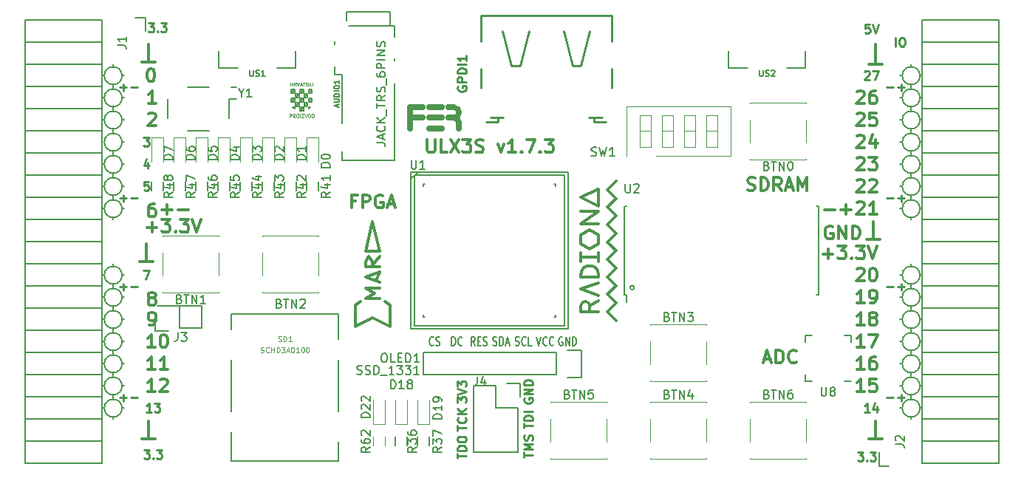
<source format=gto>
G04 #@! TF.FileFunction,Legend,Top*
%FSLAX46Y46*%
G04 Gerber Fmt 4.6, Leading zero omitted, Abs format (unit mm)*
G04 Created by KiCad (PCBNEW 4.0.7+dfsg1-1) date Fri Dec  8 15:08:00 2017*
%MOMM*%
%LPD*%
G01*
G04 APERTURE LIST*
%ADD10C,0.100000*%
%ADD11C,0.250000*%
%ADD12C,0.300000*%
%ADD13C,0.200000*%
%ADD14C,0.150000*%
%ADD15C,0.120000*%
%ADD16C,0.700000*%
%ADD17C,0.254000*%
%ADD18C,0.075000*%
%ADD19C,0.152400*%
%ADD20C,0.124460*%
G04 APERTURE END LIST*
D10*
D11*
X96148000Y-69111429D02*
X96909905Y-69111429D01*
X96528953Y-69492381D02*
X96528953Y-68730476D01*
X97386095Y-69111429D02*
X98148000Y-69111429D01*
X96148000Y-81811429D02*
X96909905Y-81811429D01*
X96528953Y-82192381D02*
X96528953Y-81430476D01*
X97386095Y-81811429D02*
X98148000Y-81811429D01*
X96148000Y-91971429D02*
X96909905Y-91971429D01*
X96528953Y-92352381D02*
X96528953Y-91590476D01*
X97386095Y-91971429D02*
X98148000Y-91971429D01*
X96148000Y-104671429D02*
X96909905Y-104671429D01*
X96528953Y-105052381D02*
X96528953Y-104290476D01*
X97386095Y-104671429D02*
X98148000Y-104671429D01*
X184032000Y-104671429D02*
X184793905Y-104671429D01*
X185270095Y-104671429D02*
X186032000Y-104671429D01*
X185651048Y-105052381D02*
X185651048Y-104290476D01*
X184032000Y-91971429D02*
X184793905Y-91971429D01*
X185270095Y-91971429D02*
X186032000Y-91971429D01*
X185651048Y-92352381D02*
X185651048Y-91590476D01*
X184032000Y-81811429D02*
X184793905Y-81811429D01*
X185270095Y-81811429D02*
X186032000Y-81811429D01*
X185651048Y-82192381D02*
X185651048Y-81430476D01*
X184032000Y-69111429D02*
X184793905Y-69111429D01*
X185270095Y-69111429D02*
X186032000Y-69111429D01*
X185651048Y-69492381D02*
X185651048Y-68730476D01*
X185016191Y-64412381D02*
X185016191Y-63412381D01*
X185682857Y-63412381D02*
X185873334Y-63412381D01*
X185968572Y-63460000D01*
X186063810Y-63555238D01*
X186111429Y-63745714D01*
X186111429Y-64079048D01*
X186063810Y-64269524D01*
X185968572Y-64364762D01*
X185873334Y-64412381D01*
X185682857Y-64412381D01*
X185587619Y-64364762D01*
X185492381Y-64269524D01*
X185444762Y-64079048D01*
X185444762Y-63745714D01*
X185492381Y-63555238D01*
X185587619Y-63460000D01*
X185682857Y-63412381D01*
D12*
X176928000Y-83117143D02*
X178070857Y-83117143D01*
X178785143Y-83117143D02*
X179928000Y-83117143D01*
X179356571Y-83688571D02*
X179356571Y-82545714D01*
D13*
X187826000Y-67770000D02*
G75*
G03X187826000Y-67770000I-1016000J0D01*
G01*
X187826000Y-70310000D02*
G75*
G03X187826000Y-70310000I-1016000J0D01*
G01*
X187826000Y-72850000D02*
G75*
G03X187826000Y-72850000I-1016000J0D01*
G01*
X187826000Y-75390000D02*
G75*
G03X187826000Y-75390000I-1016000J0D01*
G01*
X187826000Y-77930000D02*
G75*
G03X187826000Y-77930000I-1016000J0D01*
G01*
X187826000Y-80470000D02*
G75*
G03X187826000Y-80470000I-1016000J0D01*
G01*
X187826000Y-83010000D02*
G75*
G03X187826000Y-83010000I-1016000J0D01*
G01*
X187826000Y-90630000D02*
G75*
G03X187826000Y-90630000I-1016000J0D01*
G01*
X187826000Y-93170000D02*
G75*
G03X187826000Y-93170000I-1016000J0D01*
G01*
X187826000Y-95710000D02*
G75*
G03X187826000Y-95710000I-1016000J0D01*
G01*
X187826000Y-98250000D02*
G75*
G03X187826000Y-98250000I-1016000J0D01*
G01*
X187826000Y-100790000D02*
G75*
G03X187826000Y-100790000I-1016000J0D01*
G01*
X187826000Y-103330000D02*
G75*
G03X187826000Y-103330000I-1016000J0D01*
G01*
X187826000Y-105870000D02*
G75*
G03X187826000Y-105870000I-1016000J0D01*
G01*
X96386000Y-105870000D02*
G75*
G03X96386000Y-105870000I-1016000J0D01*
G01*
X96386000Y-103330000D02*
G75*
G03X96386000Y-103330000I-1016000J0D01*
G01*
X96386000Y-100790000D02*
G75*
G03X96386000Y-100790000I-1016000J0D01*
G01*
X96386000Y-98250000D02*
G75*
G03X96386000Y-98250000I-1016000J0D01*
G01*
X96386000Y-95710000D02*
G75*
G03X96386000Y-95710000I-1016000J0D01*
G01*
X96386000Y-93170000D02*
G75*
G03X96386000Y-93170000I-1016000J0D01*
G01*
X96386000Y-90630000D02*
G75*
G03X96386000Y-90630000I-1016000J0D01*
G01*
X96386000Y-83010000D02*
G75*
G03X96386000Y-83010000I-1016000J0D01*
G01*
X96386000Y-80470000D02*
G75*
G03X96386000Y-80470000I-1016000J0D01*
G01*
X96386000Y-77930000D02*
G75*
G03X96386000Y-77930000I-1016000J0D01*
G01*
X96386000Y-75390000D02*
G75*
G03X96386000Y-75390000I-1016000J0D01*
G01*
X96386000Y-72850000D02*
G75*
G03X96386000Y-72850000I-1016000J0D01*
G01*
X96386000Y-70310000D02*
G75*
G03X96386000Y-70310000I-1016000J0D01*
G01*
X96386000Y-67770000D02*
G75*
G03X96386000Y-67770000I-1016000J0D01*
G01*
D12*
X177793143Y-85054000D02*
X177650286Y-84982571D01*
X177436000Y-84982571D01*
X177221715Y-85054000D01*
X177078857Y-85196857D01*
X177007429Y-85339714D01*
X176936000Y-85625429D01*
X176936000Y-85839714D01*
X177007429Y-86125429D01*
X177078857Y-86268286D01*
X177221715Y-86411143D01*
X177436000Y-86482571D01*
X177578857Y-86482571D01*
X177793143Y-86411143D01*
X177864572Y-86339714D01*
X177864572Y-85839714D01*
X177578857Y-85839714D01*
X178507429Y-86482571D02*
X178507429Y-84982571D01*
X179364572Y-86482571D01*
X179364572Y-84982571D01*
X180078858Y-86482571D02*
X180078858Y-84982571D01*
X180436001Y-84982571D01*
X180650286Y-85054000D01*
X180793144Y-85196857D01*
X180864572Y-85339714D01*
X180936001Y-85625429D01*
X180936001Y-85839714D01*
X180864572Y-86125429D01*
X180793144Y-86268286D01*
X180650286Y-86411143D01*
X180436001Y-86482571D01*
X180078858Y-86482571D01*
X183254000Y-86566000D02*
X181730000Y-86566000D01*
X182492000Y-84534000D02*
X182492000Y-86566000D01*
X181984000Y-109426000D02*
X183508000Y-109426000D01*
X182746000Y-109426000D02*
X182746000Y-107394000D01*
D11*
X182047524Y-106322381D02*
X181476095Y-106322381D01*
X181761809Y-106322381D02*
X181761809Y-105322381D01*
X181666571Y-105465238D01*
X181571333Y-105560476D01*
X181476095Y-105608095D01*
X182904667Y-105655714D02*
X182904667Y-106322381D01*
X182666571Y-105274762D02*
X182428476Y-105989048D01*
X183047524Y-105989048D01*
X181476095Y-67317619D02*
X181523714Y-67270000D01*
X181618952Y-67222381D01*
X181857048Y-67222381D01*
X181952286Y-67270000D01*
X181999905Y-67317619D01*
X182047524Y-67412857D01*
X182047524Y-67508095D01*
X181999905Y-67650952D01*
X181428476Y-68222381D01*
X182047524Y-68222381D01*
X182380857Y-67222381D02*
X183047524Y-67222381D01*
X182618952Y-68222381D01*
D12*
X181984000Y-66500000D02*
X183508000Y-66500000D01*
X182746000Y-66500000D02*
X182746000Y-64214000D01*
X98672000Y-109426000D02*
X100196000Y-109426000D01*
X99434000Y-107394000D02*
X99434000Y-109426000D01*
D11*
X98846667Y-74842381D02*
X99465715Y-74842381D01*
X99132381Y-75223333D01*
X99275239Y-75223333D01*
X99370477Y-75270952D01*
X99418096Y-75318571D01*
X99465715Y-75413810D01*
X99465715Y-75651905D01*
X99418096Y-75747143D01*
X99370477Y-75794762D01*
X99275239Y-75842381D01*
X98989524Y-75842381D01*
X98894286Y-75794762D01*
X98846667Y-75747143D01*
X99370477Y-77715714D02*
X99370477Y-78382381D01*
X99132381Y-77334762D02*
X98894286Y-78049048D01*
X99513334Y-78049048D01*
X99418096Y-79922381D02*
X98941905Y-79922381D01*
X98894286Y-80398571D01*
X98941905Y-80350952D01*
X99037143Y-80303333D01*
X99275239Y-80303333D01*
X99370477Y-80350952D01*
X99418096Y-80398571D01*
X99465715Y-80493810D01*
X99465715Y-80731905D01*
X99418096Y-80827143D01*
X99370477Y-80874762D01*
X99275239Y-80922381D01*
X99037143Y-80922381D01*
X98941905Y-80874762D01*
X98894286Y-80827143D01*
X99751524Y-106322381D02*
X99180095Y-106322381D01*
X99465809Y-106322381D02*
X99465809Y-105322381D01*
X99370571Y-105465238D01*
X99275333Y-105560476D01*
X99180095Y-105608095D01*
X100084857Y-105322381D02*
X100703905Y-105322381D01*
X100370571Y-105703333D01*
X100513429Y-105703333D01*
X100608667Y-105750952D01*
X100656286Y-105798571D01*
X100703905Y-105893810D01*
X100703905Y-106131905D01*
X100656286Y-106227143D01*
X100608667Y-106274762D01*
X100513429Y-106322381D01*
X100227714Y-106322381D01*
X100132476Y-106274762D01*
X100084857Y-106227143D01*
X98846667Y-90082381D02*
X99513334Y-90082381D01*
X99084762Y-91082381D01*
D12*
X98418000Y-89106000D02*
X99942000Y-89106000D01*
X99180000Y-87074000D02*
X99180000Y-89106000D01*
X98672000Y-66246000D02*
X100196000Y-66246000D01*
X99434000Y-64214000D02*
X99434000Y-66246000D01*
D11*
X99402381Y-61761381D02*
X100021429Y-61761381D01*
X99688095Y-62142333D01*
X99830953Y-62142333D01*
X99926191Y-62189952D01*
X99973810Y-62237571D01*
X100021429Y-62332810D01*
X100021429Y-62570905D01*
X99973810Y-62666143D01*
X99926191Y-62713762D01*
X99830953Y-62761381D01*
X99545238Y-62761381D01*
X99450000Y-62713762D01*
X99402381Y-62666143D01*
X100450000Y-62666143D02*
X100497619Y-62713762D01*
X100450000Y-62761381D01*
X100402381Y-62713762D01*
X100450000Y-62666143D01*
X100450000Y-62761381D01*
X100830952Y-61761381D02*
X101450000Y-61761381D01*
X101116666Y-62142333D01*
X101259524Y-62142333D01*
X101354762Y-62189952D01*
X101402381Y-62237571D01*
X101450000Y-62332810D01*
X101450000Y-62570905D01*
X101402381Y-62666143D01*
X101354762Y-62713762D01*
X101259524Y-62761381D01*
X100973809Y-62761381D01*
X100878571Y-62713762D01*
X100830952Y-62666143D01*
X180682381Y-110910381D02*
X181301429Y-110910381D01*
X180968095Y-111291333D01*
X181110953Y-111291333D01*
X181206191Y-111338952D01*
X181253810Y-111386571D01*
X181301429Y-111481810D01*
X181301429Y-111719905D01*
X181253810Y-111815143D01*
X181206191Y-111862762D01*
X181110953Y-111910381D01*
X180825238Y-111910381D01*
X180730000Y-111862762D01*
X180682381Y-111815143D01*
X181730000Y-111815143D02*
X181777619Y-111862762D01*
X181730000Y-111910381D01*
X181682381Y-111862762D01*
X181730000Y-111815143D01*
X181730000Y-111910381D01*
X182110952Y-110910381D02*
X182730000Y-110910381D01*
X182396666Y-111291333D01*
X182539524Y-111291333D01*
X182634762Y-111338952D01*
X182682381Y-111386571D01*
X182730000Y-111481810D01*
X182730000Y-111719905D01*
X182682381Y-111815143D01*
X182634762Y-111862762D01*
X182539524Y-111910381D01*
X182253809Y-111910381D01*
X182158571Y-111862762D01*
X182110952Y-111815143D01*
D12*
X99228001Y-85149143D02*
X100370858Y-85149143D01*
X99799429Y-85720571D02*
X99799429Y-84577714D01*
X100942287Y-84220571D02*
X101870858Y-84220571D01*
X101370858Y-84792000D01*
X101585144Y-84792000D01*
X101728001Y-84863429D01*
X101799430Y-84934857D01*
X101870858Y-85077714D01*
X101870858Y-85434857D01*
X101799430Y-85577714D01*
X101728001Y-85649143D01*
X101585144Y-85720571D01*
X101156572Y-85720571D01*
X101013715Y-85649143D01*
X100942287Y-85577714D01*
X102513715Y-85577714D02*
X102585143Y-85649143D01*
X102513715Y-85720571D01*
X102442286Y-85649143D01*
X102513715Y-85577714D01*
X102513715Y-85720571D01*
X103085144Y-84220571D02*
X104013715Y-84220571D01*
X103513715Y-84792000D01*
X103728001Y-84792000D01*
X103870858Y-84863429D01*
X103942287Y-84934857D01*
X104013715Y-85077714D01*
X104013715Y-85434857D01*
X103942287Y-85577714D01*
X103870858Y-85649143D01*
X103728001Y-85720571D01*
X103299429Y-85720571D01*
X103156572Y-85649143D01*
X103085144Y-85577714D01*
X104442286Y-84220571D02*
X104942286Y-85720571D01*
X105442286Y-84220571D01*
D11*
X98894381Y-110656381D02*
X99513429Y-110656381D01*
X99180095Y-111037333D01*
X99322953Y-111037333D01*
X99418191Y-111084952D01*
X99465810Y-111132571D01*
X99513429Y-111227810D01*
X99513429Y-111465905D01*
X99465810Y-111561143D01*
X99418191Y-111608762D01*
X99322953Y-111656381D01*
X99037238Y-111656381D01*
X98942000Y-111608762D01*
X98894381Y-111561143D01*
X99942000Y-111561143D02*
X99989619Y-111608762D01*
X99942000Y-111656381D01*
X99894381Y-111608762D01*
X99942000Y-111561143D01*
X99942000Y-111656381D01*
X100322952Y-110656381D02*
X100942000Y-110656381D01*
X100608666Y-111037333D01*
X100751524Y-111037333D01*
X100846762Y-111084952D01*
X100894381Y-111132571D01*
X100942000Y-111227810D01*
X100942000Y-111465905D01*
X100894381Y-111561143D01*
X100846762Y-111608762D01*
X100751524Y-111656381D01*
X100465809Y-111656381D01*
X100370571Y-111608762D01*
X100322952Y-111561143D01*
X182047524Y-61888381D02*
X181571333Y-61888381D01*
X181523714Y-62364571D01*
X181571333Y-62316952D01*
X181666571Y-62269333D01*
X181904667Y-62269333D01*
X181999905Y-62316952D01*
X182047524Y-62364571D01*
X182095143Y-62459810D01*
X182095143Y-62697905D01*
X182047524Y-62793143D01*
X181999905Y-62840762D01*
X181904667Y-62888381D01*
X181666571Y-62888381D01*
X181571333Y-62840762D01*
X181523714Y-62793143D01*
X182380857Y-61888381D02*
X182714190Y-62888381D01*
X183047524Y-61888381D01*
D12*
X180587143Y-69631429D02*
X180658572Y-69560000D01*
X180801429Y-69488571D01*
X181158572Y-69488571D01*
X181301429Y-69560000D01*
X181372858Y-69631429D01*
X181444286Y-69774286D01*
X181444286Y-69917143D01*
X181372858Y-70131429D01*
X180515715Y-70988571D01*
X181444286Y-70988571D01*
X182730000Y-69488571D02*
X182444286Y-69488571D01*
X182301429Y-69560000D01*
X182230000Y-69631429D01*
X182087143Y-69845714D01*
X182015714Y-70131429D01*
X182015714Y-70702857D01*
X182087143Y-70845714D01*
X182158571Y-70917143D01*
X182301429Y-70988571D01*
X182587143Y-70988571D01*
X182730000Y-70917143D01*
X182801429Y-70845714D01*
X182872857Y-70702857D01*
X182872857Y-70345714D01*
X182801429Y-70202857D01*
X182730000Y-70131429D01*
X182587143Y-70060000D01*
X182301429Y-70060000D01*
X182158571Y-70131429D01*
X182087143Y-70202857D01*
X182015714Y-70345714D01*
X180587143Y-72171429D02*
X180658572Y-72100000D01*
X180801429Y-72028571D01*
X181158572Y-72028571D01*
X181301429Y-72100000D01*
X181372858Y-72171429D01*
X181444286Y-72314286D01*
X181444286Y-72457143D01*
X181372858Y-72671429D01*
X180515715Y-73528571D01*
X181444286Y-73528571D01*
X182801429Y-72028571D02*
X182087143Y-72028571D01*
X182015714Y-72742857D01*
X182087143Y-72671429D01*
X182230000Y-72600000D01*
X182587143Y-72600000D01*
X182730000Y-72671429D01*
X182801429Y-72742857D01*
X182872857Y-72885714D01*
X182872857Y-73242857D01*
X182801429Y-73385714D01*
X182730000Y-73457143D01*
X182587143Y-73528571D01*
X182230000Y-73528571D01*
X182087143Y-73457143D01*
X182015714Y-73385714D01*
X180587143Y-74711429D02*
X180658572Y-74640000D01*
X180801429Y-74568571D01*
X181158572Y-74568571D01*
X181301429Y-74640000D01*
X181372858Y-74711429D01*
X181444286Y-74854286D01*
X181444286Y-74997143D01*
X181372858Y-75211429D01*
X180515715Y-76068571D01*
X181444286Y-76068571D01*
X182730000Y-75068571D02*
X182730000Y-76068571D01*
X182372857Y-74497143D02*
X182015714Y-75568571D01*
X182944286Y-75568571D01*
X180587143Y-77251429D02*
X180658572Y-77180000D01*
X180801429Y-77108571D01*
X181158572Y-77108571D01*
X181301429Y-77180000D01*
X181372858Y-77251429D01*
X181444286Y-77394286D01*
X181444286Y-77537143D01*
X181372858Y-77751429D01*
X180515715Y-78608571D01*
X181444286Y-78608571D01*
X181944286Y-77108571D02*
X182872857Y-77108571D01*
X182372857Y-77680000D01*
X182587143Y-77680000D01*
X182730000Y-77751429D01*
X182801429Y-77822857D01*
X182872857Y-77965714D01*
X182872857Y-78322857D01*
X182801429Y-78465714D01*
X182730000Y-78537143D01*
X182587143Y-78608571D01*
X182158571Y-78608571D01*
X182015714Y-78537143D01*
X181944286Y-78465714D01*
X180587143Y-79791429D02*
X180658572Y-79720000D01*
X180801429Y-79648571D01*
X181158572Y-79648571D01*
X181301429Y-79720000D01*
X181372858Y-79791429D01*
X181444286Y-79934286D01*
X181444286Y-80077143D01*
X181372858Y-80291429D01*
X180515715Y-81148571D01*
X181444286Y-81148571D01*
X182015714Y-79791429D02*
X182087143Y-79720000D01*
X182230000Y-79648571D01*
X182587143Y-79648571D01*
X182730000Y-79720000D01*
X182801429Y-79791429D01*
X182872857Y-79934286D01*
X182872857Y-80077143D01*
X182801429Y-80291429D01*
X181944286Y-81148571D01*
X182872857Y-81148571D01*
X180587143Y-82331429D02*
X180658572Y-82260000D01*
X180801429Y-82188571D01*
X181158572Y-82188571D01*
X181301429Y-82260000D01*
X181372858Y-82331429D01*
X181444286Y-82474286D01*
X181444286Y-82617143D01*
X181372858Y-82831429D01*
X180515715Y-83688571D01*
X181444286Y-83688571D01*
X182872857Y-83688571D02*
X182015714Y-83688571D01*
X182444286Y-83688571D02*
X182444286Y-82188571D01*
X182301429Y-82402857D01*
X182158571Y-82545714D01*
X182015714Y-82617143D01*
X176698001Y-88197143D02*
X177840858Y-88197143D01*
X177269429Y-88768571D02*
X177269429Y-87625714D01*
X178412287Y-87268571D02*
X179340858Y-87268571D01*
X178840858Y-87840000D01*
X179055144Y-87840000D01*
X179198001Y-87911429D01*
X179269430Y-87982857D01*
X179340858Y-88125714D01*
X179340858Y-88482857D01*
X179269430Y-88625714D01*
X179198001Y-88697143D01*
X179055144Y-88768571D01*
X178626572Y-88768571D01*
X178483715Y-88697143D01*
X178412287Y-88625714D01*
X179983715Y-88625714D02*
X180055143Y-88697143D01*
X179983715Y-88768571D01*
X179912286Y-88697143D01*
X179983715Y-88625714D01*
X179983715Y-88768571D01*
X180555144Y-87268571D02*
X181483715Y-87268571D01*
X180983715Y-87840000D01*
X181198001Y-87840000D01*
X181340858Y-87911429D01*
X181412287Y-87982857D01*
X181483715Y-88125714D01*
X181483715Y-88482857D01*
X181412287Y-88625714D01*
X181340858Y-88697143D01*
X181198001Y-88768571D01*
X180769429Y-88768571D01*
X180626572Y-88697143D01*
X180555144Y-88625714D01*
X181912286Y-87268571D02*
X182412286Y-88768571D01*
X182912286Y-87268571D01*
X180587143Y-89951429D02*
X180658572Y-89880000D01*
X180801429Y-89808571D01*
X181158572Y-89808571D01*
X181301429Y-89880000D01*
X181372858Y-89951429D01*
X181444286Y-90094286D01*
X181444286Y-90237143D01*
X181372858Y-90451429D01*
X180515715Y-91308571D01*
X181444286Y-91308571D01*
X182372857Y-89808571D02*
X182515714Y-89808571D01*
X182658571Y-89880000D01*
X182730000Y-89951429D01*
X182801429Y-90094286D01*
X182872857Y-90380000D01*
X182872857Y-90737143D01*
X182801429Y-91022857D01*
X182730000Y-91165714D01*
X182658571Y-91237143D01*
X182515714Y-91308571D01*
X182372857Y-91308571D01*
X182230000Y-91237143D01*
X182158571Y-91165714D01*
X182087143Y-91022857D01*
X182015714Y-90737143D01*
X182015714Y-90380000D01*
X182087143Y-90094286D01*
X182158571Y-89951429D01*
X182230000Y-89880000D01*
X182372857Y-89808571D01*
X181444286Y-93848571D02*
X180587143Y-93848571D01*
X181015715Y-93848571D02*
X181015715Y-92348571D01*
X180872858Y-92562857D01*
X180730000Y-92705714D01*
X180587143Y-92777143D01*
X182158571Y-93848571D02*
X182444286Y-93848571D01*
X182587143Y-93777143D01*
X182658571Y-93705714D01*
X182801429Y-93491429D01*
X182872857Y-93205714D01*
X182872857Y-92634286D01*
X182801429Y-92491429D01*
X182730000Y-92420000D01*
X182587143Y-92348571D01*
X182301429Y-92348571D01*
X182158571Y-92420000D01*
X182087143Y-92491429D01*
X182015714Y-92634286D01*
X182015714Y-92991429D01*
X182087143Y-93134286D01*
X182158571Y-93205714D01*
X182301429Y-93277143D01*
X182587143Y-93277143D01*
X182730000Y-93205714D01*
X182801429Y-93134286D01*
X182872857Y-92991429D01*
X181444286Y-96388571D02*
X180587143Y-96388571D01*
X181015715Y-96388571D02*
X181015715Y-94888571D01*
X180872858Y-95102857D01*
X180730000Y-95245714D01*
X180587143Y-95317143D01*
X182301429Y-95531429D02*
X182158571Y-95460000D01*
X182087143Y-95388571D01*
X182015714Y-95245714D01*
X182015714Y-95174286D01*
X182087143Y-95031429D01*
X182158571Y-94960000D01*
X182301429Y-94888571D01*
X182587143Y-94888571D01*
X182730000Y-94960000D01*
X182801429Y-95031429D01*
X182872857Y-95174286D01*
X182872857Y-95245714D01*
X182801429Y-95388571D01*
X182730000Y-95460000D01*
X182587143Y-95531429D01*
X182301429Y-95531429D01*
X182158571Y-95602857D01*
X182087143Y-95674286D01*
X182015714Y-95817143D01*
X182015714Y-96102857D01*
X182087143Y-96245714D01*
X182158571Y-96317143D01*
X182301429Y-96388571D01*
X182587143Y-96388571D01*
X182730000Y-96317143D01*
X182801429Y-96245714D01*
X182872857Y-96102857D01*
X182872857Y-95817143D01*
X182801429Y-95674286D01*
X182730000Y-95602857D01*
X182587143Y-95531429D01*
X181444286Y-98928571D02*
X180587143Y-98928571D01*
X181015715Y-98928571D02*
X181015715Y-97428571D01*
X180872858Y-97642857D01*
X180730000Y-97785714D01*
X180587143Y-97857143D01*
X181944286Y-97428571D02*
X182944286Y-97428571D01*
X182301429Y-98928571D01*
X181444286Y-101468571D02*
X180587143Y-101468571D01*
X181015715Y-101468571D02*
X181015715Y-99968571D01*
X180872858Y-100182857D01*
X180730000Y-100325714D01*
X180587143Y-100397143D01*
X182730000Y-99968571D02*
X182444286Y-99968571D01*
X182301429Y-100040000D01*
X182230000Y-100111429D01*
X182087143Y-100325714D01*
X182015714Y-100611429D01*
X182015714Y-101182857D01*
X182087143Y-101325714D01*
X182158571Y-101397143D01*
X182301429Y-101468571D01*
X182587143Y-101468571D01*
X182730000Y-101397143D01*
X182801429Y-101325714D01*
X182872857Y-101182857D01*
X182872857Y-100825714D01*
X182801429Y-100682857D01*
X182730000Y-100611429D01*
X182587143Y-100540000D01*
X182301429Y-100540000D01*
X182158571Y-100611429D01*
X182087143Y-100682857D01*
X182015714Y-100825714D01*
X181444286Y-104008571D02*
X180587143Y-104008571D01*
X181015715Y-104008571D02*
X181015715Y-102508571D01*
X180872858Y-102722857D01*
X180730000Y-102865714D01*
X180587143Y-102937143D01*
X182801429Y-102508571D02*
X182087143Y-102508571D01*
X182015714Y-103222857D01*
X182087143Y-103151429D01*
X182230000Y-103080000D01*
X182587143Y-103080000D01*
X182730000Y-103151429D01*
X182801429Y-103222857D01*
X182872857Y-103365714D01*
X182872857Y-103722857D01*
X182801429Y-103865714D01*
X182730000Y-103937143D01*
X182587143Y-104008571D01*
X182230000Y-104008571D01*
X182087143Y-103937143D01*
X182015714Y-103865714D01*
D13*
X186810000Y-66500000D02*
X186810000Y-66754000D01*
X187826000Y-67770000D02*
X188080000Y-67770000D01*
X185540000Y-67770000D02*
X185794000Y-67770000D01*
X186810000Y-69294000D02*
X186810000Y-68786000D01*
X187826000Y-70310000D02*
X188080000Y-70310000D01*
X185540000Y-70310000D02*
X185794000Y-70310000D01*
X186810000Y-71326000D02*
X186810000Y-71834000D01*
X187826000Y-72850000D02*
X188080000Y-72850000D01*
X185540000Y-72850000D02*
X185794000Y-72850000D01*
X186810000Y-73866000D02*
X186810000Y-74374000D01*
X187826000Y-75390000D02*
X188080000Y-75390000D01*
X185540000Y-75390000D02*
X185794000Y-75390000D01*
X186810000Y-76406000D02*
X186810000Y-76914000D01*
X187826000Y-77930000D02*
X188080000Y-77930000D01*
X185540000Y-77930000D02*
X185794000Y-77930000D01*
X186810000Y-79454000D02*
X186810000Y-78946000D01*
X187826000Y-80470000D02*
X188080000Y-80470000D01*
X185540000Y-80470000D02*
X185794000Y-80470000D01*
X186810000Y-81994000D02*
X186810000Y-81486000D01*
X187826000Y-83010000D02*
X188080000Y-83010000D01*
X185540000Y-83010000D02*
X185794000Y-83010000D01*
X186810000Y-84026000D02*
X186810000Y-84280000D01*
X186810000Y-89360000D02*
X186810000Y-89614000D01*
X187826000Y-90630000D02*
X188080000Y-90630000D01*
X185540000Y-90630000D02*
X185794000Y-90630000D01*
X186810000Y-91646000D02*
X186810000Y-92154000D01*
X187826000Y-93170000D02*
X188080000Y-93170000D01*
X185540000Y-93170000D02*
X185794000Y-93170000D01*
X186810000Y-94186000D02*
X186810000Y-94694000D01*
X187826000Y-95710000D02*
X188080000Y-95710000D01*
X185540000Y-95710000D02*
X185794000Y-95710000D01*
X186810000Y-97234000D02*
X186810000Y-96726000D01*
X187826000Y-98250000D02*
X188080000Y-98250000D01*
X185540000Y-98250000D02*
X185794000Y-98250000D01*
X187826000Y-100790000D02*
X188080000Y-100790000D01*
X185540000Y-100790000D02*
X185794000Y-100790000D01*
X186810000Y-99266000D02*
X186810000Y-99774000D01*
X186810000Y-102314000D02*
X186810000Y-101806000D01*
X187826000Y-103330000D02*
X188080000Y-103330000D01*
X185540000Y-103330000D02*
X185794000Y-103330000D01*
X186810000Y-104346000D02*
X186810000Y-104854000D01*
X185540000Y-105870000D02*
X185794000Y-105870000D01*
X187826000Y-105870000D02*
X188080000Y-105870000D01*
X186810000Y-106886000D02*
X186810000Y-107140000D01*
X95370000Y-66754000D02*
X95370000Y-66500000D01*
X96386000Y-67770000D02*
X96640000Y-67770000D01*
X94100000Y-67770000D02*
X94354000Y-67770000D01*
X95370000Y-68786000D02*
X95370000Y-69294000D01*
X96386000Y-70310000D02*
X96640000Y-70310000D01*
X94100000Y-70310000D02*
X94354000Y-70310000D01*
X95370000Y-71326000D02*
X95370000Y-71834000D01*
X96386000Y-72850000D02*
X96640000Y-72850000D01*
X94100000Y-72850000D02*
X94354000Y-72850000D01*
X95370000Y-73866000D02*
X95370000Y-74374000D01*
X96386000Y-75390000D02*
X96640000Y-75390000D01*
X95370000Y-76406000D02*
X95370000Y-76914000D01*
X96386000Y-77930000D02*
X96640000Y-77930000D01*
X94100000Y-77930000D02*
X94354000Y-77930000D01*
X95370000Y-79454000D02*
X95370000Y-78946000D01*
X96386000Y-80470000D02*
X96640000Y-80470000D01*
X94100000Y-80470000D02*
X94354000Y-80470000D01*
X95370000Y-81486000D02*
X95370000Y-81994000D01*
X96386000Y-83010000D02*
X96640000Y-83010000D01*
X95370000Y-84026000D02*
X95370000Y-84280000D01*
X94100000Y-83010000D02*
X94354000Y-83010000D01*
X95370000Y-106886000D02*
X95370000Y-107140000D01*
X95370000Y-89360000D02*
X95370000Y-89614000D01*
X96386000Y-93170000D02*
X96640000Y-93170000D01*
X94100000Y-93170000D02*
X94354000Y-93170000D01*
X95370000Y-94186000D02*
X95370000Y-94694000D01*
X94100000Y-90630000D02*
X94354000Y-90630000D01*
X96386000Y-90630000D02*
X96640000Y-90630000D01*
X95370000Y-92154000D02*
X95370000Y-91646000D01*
X96386000Y-95710000D02*
X96640000Y-95710000D01*
X94100000Y-95710000D02*
X94354000Y-95710000D01*
X96386000Y-98250000D02*
X96640000Y-98250000D01*
X94354000Y-98250000D02*
X94100000Y-98250000D01*
X95370000Y-96726000D02*
X95370000Y-97234000D01*
X95370000Y-99266000D02*
X95370000Y-99774000D01*
X94100000Y-100790000D02*
X94354000Y-100790000D01*
X96386000Y-100790000D02*
X96640000Y-100790000D01*
X94100000Y-103330000D02*
X94354000Y-103330000D01*
X96386000Y-103330000D02*
X96640000Y-103330000D01*
X95370000Y-101806000D02*
X95370000Y-102314000D01*
X95370000Y-104346000D02*
X95370000Y-104854000D01*
X96386000Y-105870000D02*
X96640000Y-105870000D01*
X94100000Y-105870000D02*
X94354000Y-105870000D01*
D12*
X100982000Y-83117143D02*
X102124857Y-83117143D01*
X101553428Y-83688571D02*
X101553428Y-82545714D01*
X102839143Y-83117143D02*
X103982000Y-83117143D01*
X100164286Y-104008571D02*
X99307143Y-104008571D01*
X99735715Y-104008571D02*
X99735715Y-102508571D01*
X99592858Y-102722857D01*
X99450000Y-102865714D01*
X99307143Y-102937143D01*
X100735714Y-102651429D02*
X100807143Y-102580000D01*
X100950000Y-102508571D01*
X101307143Y-102508571D01*
X101450000Y-102580000D01*
X101521429Y-102651429D01*
X101592857Y-102794286D01*
X101592857Y-102937143D01*
X101521429Y-103151429D01*
X100664286Y-104008571D01*
X101592857Y-104008571D01*
X100164286Y-101468571D02*
X99307143Y-101468571D01*
X99735715Y-101468571D02*
X99735715Y-99968571D01*
X99592858Y-100182857D01*
X99450000Y-100325714D01*
X99307143Y-100397143D01*
X101592857Y-101468571D02*
X100735714Y-101468571D01*
X101164286Y-101468571D02*
X101164286Y-99968571D01*
X101021429Y-100182857D01*
X100878571Y-100325714D01*
X100735714Y-100397143D01*
X100164286Y-98928571D02*
X99307143Y-98928571D01*
X99735715Y-98928571D02*
X99735715Y-97428571D01*
X99592858Y-97642857D01*
X99450000Y-97785714D01*
X99307143Y-97857143D01*
X101092857Y-97428571D02*
X101235714Y-97428571D01*
X101378571Y-97500000D01*
X101450000Y-97571429D01*
X101521429Y-97714286D01*
X101592857Y-98000000D01*
X101592857Y-98357143D01*
X101521429Y-98642857D01*
X101450000Y-98785714D01*
X101378571Y-98857143D01*
X101235714Y-98928571D01*
X101092857Y-98928571D01*
X100950000Y-98857143D01*
X100878571Y-98785714D01*
X100807143Y-98642857D01*
X100735714Y-98357143D01*
X100735714Y-98000000D01*
X100807143Y-97714286D01*
X100878571Y-97571429D01*
X100950000Y-97500000D01*
X101092857Y-97428571D01*
X99529286Y-96388571D02*
X99815001Y-96388571D01*
X99957858Y-96317143D01*
X100029286Y-96245714D01*
X100172144Y-96031429D01*
X100243572Y-95745714D01*
X100243572Y-95174286D01*
X100172144Y-95031429D01*
X100100715Y-94960000D01*
X99957858Y-94888571D01*
X99672144Y-94888571D01*
X99529286Y-94960000D01*
X99457858Y-95031429D01*
X99386429Y-95174286D01*
X99386429Y-95531429D01*
X99457858Y-95674286D01*
X99529286Y-95745714D01*
X99672144Y-95817143D01*
X99957858Y-95817143D01*
X100100715Y-95745714D01*
X100172144Y-95674286D01*
X100243572Y-95531429D01*
X99672144Y-93245429D02*
X99529286Y-93174000D01*
X99457858Y-93102571D01*
X99386429Y-92959714D01*
X99386429Y-92888286D01*
X99457858Y-92745429D01*
X99529286Y-92674000D01*
X99672144Y-92602571D01*
X99957858Y-92602571D01*
X100100715Y-92674000D01*
X100172144Y-92745429D01*
X100243572Y-92888286D01*
X100243572Y-92959714D01*
X100172144Y-93102571D01*
X100100715Y-93174000D01*
X99957858Y-93245429D01*
X99672144Y-93245429D01*
X99529286Y-93316857D01*
X99457858Y-93388286D01*
X99386429Y-93531143D01*
X99386429Y-93816857D01*
X99457858Y-93959714D01*
X99529286Y-94031143D01*
X99672144Y-94102571D01*
X99957858Y-94102571D01*
X100100715Y-94031143D01*
X100172144Y-93959714D01*
X100243572Y-93816857D01*
X100243572Y-93531143D01*
X100172144Y-93388286D01*
X100100715Y-93316857D01*
X99957858Y-93245429D01*
X100100715Y-82442571D02*
X99815001Y-82442571D01*
X99672144Y-82514000D01*
X99600715Y-82585429D01*
X99457858Y-82799714D01*
X99386429Y-83085429D01*
X99386429Y-83656857D01*
X99457858Y-83799714D01*
X99529286Y-83871143D01*
X99672144Y-83942571D01*
X99957858Y-83942571D01*
X100100715Y-83871143D01*
X100172144Y-83799714D01*
X100243572Y-83656857D01*
X100243572Y-83299714D01*
X100172144Y-83156857D01*
X100100715Y-83085429D01*
X99957858Y-83014000D01*
X99672144Y-83014000D01*
X99529286Y-83085429D01*
X99457858Y-83156857D01*
X99386429Y-83299714D01*
X99386429Y-72171429D02*
X99457858Y-72100000D01*
X99600715Y-72028571D01*
X99957858Y-72028571D01*
X100100715Y-72100000D01*
X100172144Y-72171429D01*
X100243572Y-72314286D01*
X100243572Y-72457143D01*
X100172144Y-72671429D01*
X99315001Y-73528571D01*
X100243572Y-73528571D01*
X100243572Y-70988571D02*
X99386429Y-70988571D01*
X99815001Y-70988571D02*
X99815001Y-69488571D01*
X99672144Y-69702857D01*
X99529286Y-69845714D01*
X99386429Y-69917143D01*
X99616572Y-66948571D02*
X99759429Y-66948571D01*
X99902286Y-67020000D01*
X99973715Y-67091429D01*
X100045144Y-67234286D01*
X100116572Y-67520000D01*
X100116572Y-67877143D01*
X100045144Y-68162857D01*
X99973715Y-68305714D01*
X99902286Y-68377143D01*
X99759429Y-68448571D01*
X99616572Y-68448571D01*
X99473715Y-68377143D01*
X99402286Y-68305714D01*
X99330858Y-68162857D01*
X99259429Y-67877143D01*
X99259429Y-67520000D01*
X99330858Y-67234286D01*
X99402286Y-67091429D01*
X99473715Y-67020000D01*
X99616572Y-66948571D01*
X131371430Y-75076571D02*
X131371430Y-76290857D01*
X131442858Y-76433714D01*
X131514287Y-76505143D01*
X131657144Y-76576571D01*
X131942858Y-76576571D01*
X132085716Y-76505143D01*
X132157144Y-76433714D01*
X132228573Y-76290857D01*
X132228573Y-75076571D01*
X133657145Y-76576571D02*
X132942859Y-76576571D01*
X132942859Y-75076571D01*
X134014288Y-75076571D02*
X135014288Y-76576571D01*
X135014288Y-75076571D02*
X134014288Y-76576571D01*
X135442859Y-75076571D02*
X136371430Y-75076571D01*
X135871430Y-75648000D01*
X136085716Y-75648000D01*
X136228573Y-75719429D01*
X136300002Y-75790857D01*
X136371430Y-75933714D01*
X136371430Y-76290857D01*
X136300002Y-76433714D01*
X136228573Y-76505143D01*
X136085716Y-76576571D01*
X135657144Y-76576571D01*
X135514287Y-76505143D01*
X135442859Y-76433714D01*
X136942858Y-76505143D02*
X137157144Y-76576571D01*
X137514287Y-76576571D01*
X137657144Y-76505143D01*
X137728573Y-76433714D01*
X137800001Y-76290857D01*
X137800001Y-76148000D01*
X137728573Y-76005143D01*
X137657144Y-75933714D01*
X137514287Y-75862286D01*
X137228573Y-75790857D01*
X137085715Y-75719429D01*
X137014287Y-75648000D01*
X136942858Y-75505143D01*
X136942858Y-75362286D01*
X137014287Y-75219429D01*
X137085715Y-75148000D01*
X137228573Y-75076571D01*
X137585715Y-75076571D01*
X137800001Y-75148000D01*
X139442858Y-75576571D02*
X139800001Y-76576571D01*
X140157143Y-75576571D01*
X141514286Y-76576571D02*
X140657143Y-76576571D01*
X141085715Y-76576571D02*
X141085715Y-75076571D01*
X140942858Y-75290857D01*
X140800000Y-75433714D01*
X140657143Y-75505143D01*
X142157143Y-76433714D02*
X142228571Y-76505143D01*
X142157143Y-76576571D01*
X142085714Y-76505143D01*
X142157143Y-76433714D01*
X142157143Y-76576571D01*
X142728572Y-75076571D02*
X143728572Y-75076571D01*
X143085715Y-76576571D01*
X144300000Y-76433714D02*
X144371428Y-76505143D01*
X144300000Y-76576571D01*
X144228571Y-76505143D01*
X144300000Y-76433714D01*
X144300000Y-76576571D01*
X144871429Y-75076571D02*
X145800000Y-75076571D01*
X145300000Y-75648000D01*
X145514286Y-75648000D01*
X145657143Y-75719429D01*
X145728572Y-75790857D01*
X145800000Y-75933714D01*
X145800000Y-76290857D01*
X145728572Y-76433714D01*
X145657143Y-76505143D01*
X145514286Y-76576571D01*
X145085714Y-76576571D01*
X144942857Y-76505143D01*
X144871429Y-76433714D01*
X123159429Y-82140857D02*
X122659429Y-82140857D01*
X122659429Y-82926571D02*
X122659429Y-81426571D01*
X123373715Y-81426571D01*
X123945143Y-82926571D02*
X123945143Y-81426571D01*
X124516571Y-81426571D01*
X124659429Y-81498000D01*
X124730857Y-81569429D01*
X124802286Y-81712286D01*
X124802286Y-81926571D01*
X124730857Y-82069429D01*
X124659429Y-82140857D01*
X124516571Y-82212286D01*
X123945143Y-82212286D01*
X126230857Y-81498000D02*
X126088000Y-81426571D01*
X125873714Y-81426571D01*
X125659429Y-81498000D01*
X125516571Y-81640857D01*
X125445143Y-81783714D01*
X125373714Y-82069429D01*
X125373714Y-82283714D01*
X125445143Y-82569429D01*
X125516571Y-82712286D01*
X125659429Y-82855143D01*
X125873714Y-82926571D01*
X126016571Y-82926571D01*
X126230857Y-82855143D01*
X126302286Y-82783714D01*
X126302286Y-82283714D01*
X126016571Y-82283714D01*
X126873714Y-82498000D02*
X127588000Y-82498000D01*
X126730857Y-82926571D02*
X127230857Y-81426571D01*
X127730857Y-82926571D01*
X168077929Y-80886643D02*
X168292215Y-80958071D01*
X168649358Y-80958071D01*
X168792215Y-80886643D01*
X168863644Y-80815214D01*
X168935072Y-80672357D01*
X168935072Y-80529500D01*
X168863644Y-80386643D01*
X168792215Y-80315214D01*
X168649358Y-80243786D01*
X168363644Y-80172357D01*
X168220786Y-80100929D01*
X168149358Y-80029500D01*
X168077929Y-79886643D01*
X168077929Y-79743786D01*
X168149358Y-79600929D01*
X168220786Y-79529500D01*
X168363644Y-79458071D01*
X168720786Y-79458071D01*
X168935072Y-79529500D01*
X169577929Y-80958071D02*
X169577929Y-79458071D01*
X169935072Y-79458071D01*
X170149357Y-79529500D01*
X170292215Y-79672357D01*
X170363643Y-79815214D01*
X170435072Y-80100929D01*
X170435072Y-80315214D01*
X170363643Y-80600929D01*
X170292215Y-80743786D01*
X170149357Y-80886643D01*
X169935072Y-80958071D01*
X169577929Y-80958071D01*
X171935072Y-80958071D02*
X171435072Y-80243786D01*
X171077929Y-80958071D02*
X171077929Y-79458071D01*
X171649357Y-79458071D01*
X171792215Y-79529500D01*
X171863643Y-79600929D01*
X171935072Y-79743786D01*
X171935072Y-79958071D01*
X171863643Y-80100929D01*
X171792215Y-80172357D01*
X171649357Y-80243786D01*
X171077929Y-80243786D01*
X172506500Y-80529500D02*
X173220786Y-80529500D01*
X172363643Y-80958071D02*
X172863643Y-79458071D01*
X173363643Y-80958071D01*
X173863643Y-80958071D02*
X173863643Y-79458071D01*
X174363643Y-80529500D01*
X174863643Y-79458071D01*
X174863643Y-80958071D01*
X169966857Y-100278000D02*
X170681143Y-100278000D01*
X169824000Y-100706571D02*
X170324000Y-99206571D01*
X170824000Y-100706571D01*
X171324000Y-100706571D02*
X171324000Y-99206571D01*
X171681143Y-99206571D01*
X171895428Y-99278000D01*
X172038286Y-99420857D01*
X172109714Y-99563714D01*
X172181143Y-99849429D01*
X172181143Y-100063714D01*
X172109714Y-100349429D01*
X172038286Y-100492286D01*
X171895428Y-100635143D01*
X171681143Y-100706571D01*
X171324000Y-100706571D01*
X173681143Y-100563714D02*
X173609714Y-100635143D01*
X173395428Y-100706571D01*
X173252571Y-100706571D01*
X173038286Y-100635143D01*
X172895428Y-100492286D01*
X172824000Y-100349429D01*
X172752571Y-100063714D01*
X172752571Y-99849429D01*
X172824000Y-99563714D01*
X172895428Y-99420857D01*
X173038286Y-99278000D01*
X173252571Y-99206571D01*
X173395428Y-99206571D01*
X173609714Y-99278000D01*
X173681143Y-99349429D01*
D11*
X142447381Y-111521333D02*
X142447381Y-110949904D01*
X143447381Y-111235619D02*
X142447381Y-111235619D01*
X143447381Y-110616571D02*
X142447381Y-110616571D01*
X143161667Y-110283237D01*
X142447381Y-109949904D01*
X143447381Y-109949904D01*
X143399762Y-109521333D02*
X143447381Y-109378476D01*
X143447381Y-109140380D01*
X143399762Y-109045142D01*
X143352143Y-108997523D01*
X143256905Y-108949904D01*
X143161667Y-108949904D01*
X143066429Y-108997523D01*
X143018810Y-109045142D01*
X142971190Y-109140380D01*
X142923571Y-109330857D01*
X142875952Y-109426095D01*
X142828333Y-109473714D01*
X142733095Y-109521333D01*
X142637857Y-109521333D01*
X142542619Y-109473714D01*
X142495000Y-109426095D01*
X142447381Y-109330857D01*
X142447381Y-109092761D01*
X142495000Y-108949904D01*
X142447381Y-108163809D02*
X142447381Y-107592380D01*
X143447381Y-107878095D02*
X142447381Y-107878095D01*
X143447381Y-107259047D02*
X142447381Y-107259047D01*
X142447381Y-107020952D01*
X142495000Y-106878094D01*
X142590238Y-106782856D01*
X142685476Y-106735237D01*
X142875952Y-106687618D01*
X143018810Y-106687618D01*
X143209286Y-106735237D01*
X143304524Y-106782856D01*
X143399762Y-106878094D01*
X143447381Y-107020952D01*
X143447381Y-107259047D01*
X143447381Y-106259047D02*
X142447381Y-106259047D01*
X142495000Y-104726904D02*
X142447381Y-104822142D01*
X142447381Y-104964999D01*
X142495000Y-105107857D01*
X142590238Y-105203095D01*
X142685476Y-105250714D01*
X142875952Y-105298333D01*
X143018810Y-105298333D01*
X143209286Y-105250714D01*
X143304524Y-105203095D01*
X143399762Y-105107857D01*
X143447381Y-104964999D01*
X143447381Y-104869761D01*
X143399762Y-104726904D01*
X143352143Y-104679285D01*
X143018810Y-104679285D01*
X143018810Y-104869761D01*
X143447381Y-104250714D02*
X142447381Y-104250714D01*
X143447381Y-103679285D01*
X142447381Y-103679285D01*
X143447381Y-103203095D02*
X142447381Y-103203095D01*
X142447381Y-102965000D01*
X142495000Y-102822142D01*
X142590238Y-102726904D01*
X142685476Y-102679285D01*
X142875952Y-102631666D01*
X143018810Y-102631666D01*
X143209286Y-102679285D01*
X143304524Y-102726904D01*
X143399762Y-102822142D01*
X143447381Y-102965000D01*
X143447381Y-103203095D01*
X134827381Y-111624524D02*
X134827381Y-111053095D01*
X135827381Y-111338810D02*
X134827381Y-111338810D01*
X135827381Y-110719762D02*
X134827381Y-110719762D01*
X134827381Y-110481667D01*
X134875000Y-110338809D01*
X134970238Y-110243571D01*
X135065476Y-110195952D01*
X135255952Y-110148333D01*
X135398810Y-110148333D01*
X135589286Y-110195952D01*
X135684524Y-110243571D01*
X135779762Y-110338809D01*
X135827381Y-110481667D01*
X135827381Y-110719762D01*
X134827381Y-109529286D02*
X134827381Y-109338809D01*
X134875000Y-109243571D01*
X134970238Y-109148333D01*
X135160714Y-109100714D01*
X135494048Y-109100714D01*
X135684524Y-109148333D01*
X135779762Y-109243571D01*
X135827381Y-109338809D01*
X135827381Y-109529286D01*
X135779762Y-109624524D01*
X135684524Y-109719762D01*
X135494048Y-109767381D01*
X135160714Y-109767381D01*
X134970238Y-109719762D01*
X134875000Y-109624524D01*
X134827381Y-109529286D01*
X134827381Y-108425714D02*
X134827381Y-107854285D01*
X135827381Y-108140000D02*
X134827381Y-108140000D01*
X135732143Y-106949523D02*
X135779762Y-106997142D01*
X135827381Y-107139999D01*
X135827381Y-107235237D01*
X135779762Y-107378095D01*
X135684524Y-107473333D01*
X135589286Y-107520952D01*
X135398810Y-107568571D01*
X135255952Y-107568571D01*
X135065476Y-107520952D01*
X134970238Y-107473333D01*
X134875000Y-107378095D01*
X134827381Y-107235237D01*
X134827381Y-107139999D01*
X134875000Y-106997142D01*
X134922619Y-106949523D01*
X135827381Y-106520952D02*
X134827381Y-106520952D01*
X135827381Y-105949523D02*
X135255952Y-106378095D01*
X134827381Y-105949523D02*
X135398810Y-106520952D01*
X134827381Y-105203095D02*
X134827381Y-104584047D01*
X135208333Y-104917381D01*
X135208333Y-104774523D01*
X135255952Y-104679285D01*
X135303571Y-104631666D01*
X135398810Y-104584047D01*
X135636905Y-104584047D01*
X135732143Y-104631666D01*
X135779762Y-104679285D01*
X135827381Y-104774523D01*
X135827381Y-105060238D01*
X135779762Y-105155476D01*
X135732143Y-105203095D01*
X134827381Y-104298333D02*
X135827381Y-103965000D01*
X134827381Y-103631666D01*
X134827381Y-103393571D02*
X134827381Y-102774523D01*
X135208333Y-103107857D01*
X135208333Y-102964999D01*
X135255952Y-102869761D01*
X135303571Y-102822142D01*
X135398810Y-102774523D01*
X135636905Y-102774523D01*
X135732143Y-102822142D01*
X135779762Y-102869761D01*
X135827381Y-102964999D01*
X135827381Y-103250714D01*
X135779762Y-103345952D01*
X135732143Y-103393571D01*
D14*
X85270000Y-112220000D02*
X94100000Y-112220000D01*
X85270000Y-109680000D02*
X85270000Y-112220000D01*
X94100000Y-109680000D02*
X94100000Y-112220000D01*
X94100000Y-112220000D02*
X85270000Y-112220000D01*
X94100000Y-109680000D02*
X85270000Y-109680000D01*
X94100000Y-107140000D02*
X94100000Y-109680000D01*
X85270000Y-107140000D02*
X85270000Y-109680000D01*
X85270000Y-109680000D02*
X94100000Y-109680000D01*
X85270000Y-91900000D02*
X94100000Y-91900000D01*
X85270000Y-89360000D02*
X85270000Y-91900000D01*
X94100000Y-89360000D02*
X94100000Y-91900000D01*
X94100000Y-91900000D02*
X85270000Y-91900000D01*
X94100000Y-94440000D02*
X85270000Y-94440000D01*
X94100000Y-91900000D02*
X94100000Y-94440000D01*
X85270000Y-91900000D02*
X85270000Y-94440000D01*
X85270000Y-94440000D02*
X94100000Y-94440000D01*
X85270000Y-107140000D02*
X94100000Y-107140000D01*
X85270000Y-104600000D02*
X85270000Y-107140000D01*
X94100000Y-104600000D02*
X94100000Y-107140000D01*
X94100000Y-107140000D02*
X85270000Y-107140000D01*
X94100000Y-104600000D02*
X85270000Y-104600000D01*
X94100000Y-102060000D02*
X94100000Y-104600000D01*
X85270000Y-102060000D02*
X85270000Y-104600000D01*
X85270000Y-104600000D02*
X94100000Y-104600000D01*
X85270000Y-102060000D02*
X94100000Y-102060000D01*
X85270000Y-99520000D02*
X85270000Y-102060000D01*
X94100000Y-99520000D02*
X94100000Y-102060000D01*
X94100000Y-102060000D02*
X85270000Y-102060000D01*
X94100000Y-99520000D02*
X85270000Y-99520000D01*
X94100000Y-96980000D02*
X94100000Y-99520000D01*
X85270000Y-96980000D02*
X85270000Y-99520000D01*
X85270000Y-99520000D02*
X94100000Y-99520000D01*
X85270000Y-96980000D02*
X94100000Y-96980000D01*
X85270000Y-94440000D02*
X85270000Y-96980000D01*
X94100000Y-94440000D02*
X94100000Y-96980000D01*
X94100000Y-96980000D02*
X85270000Y-96980000D01*
X94100000Y-79200000D02*
X85270000Y-79200000D01*
X94100000Y-76660000D02*
X94100000Y-79200000D01*
X85270000Y-76660000D02*
X85270000Y-79200000D01*
X85270000Y-79200000D02*
X94100000Y-79200000D01*
X85270000Y-81740000D02*
X94100000Y-81740000D01*
X85270000Y-79200000D02*
X85270000Y-81740000D01*
X94100000Y-79200000D02*
X94100000Y-81740000D01*
X94100000Y-81740000D02*
X85270000Y-81740000D01*
X94100000Y-84280000D02*
X85270000Y-84280000D01*
X94100000Y-81740000D02*
X94100000Y-84280000D01*
X85270000Y-81740000D02*
X85270000Y-84280000D01*
X85270000Y-84280000D02*
X94100000Y-84280000D01*
X85270000Y-86820000D02*
X94100000Y-86820000D01*
X85270000Y-84280000D02*
X85270000Y-86820000D01*
X94100000Y-84280000D02*
X94100000Y-86820000D01*
X94100000Y-86820000D02*
X85270000Y-86820000D01*
X94100000Y-89360000D02*
X85270000Y-89360000D01*
X94100000Y-86820000D02*
X94100000Y-89360000D01*
X85270000Y-86820000D02*
X85270000Y-89360000D01*
X85270000Y-89360000D02*
X94100000Y-89360000D01*
X85270000Y-76660000D02*
X94100000Y-76660000D01*
X85270000Y-74120000D02*
X85270000Y-76660000D01*
X94100000Y-74120000D02*
X94100000Y-76660000D01*
X94100000Y-76660000D02*
X85270000Y-76660000D01*
X94100000Y-74120000D02*
X85270000Y-74120000D01*
X94100000Y-71580000D02*
X94100000Y-74120000D01*
X85270000Y-71580000D02*
X85270000Y-74120000D01*
X85270000Y-74120000D02*
X94100000Y-74120000D01*
X85270000Y-71580000D02*
X94100000Y-71580000D01*
X85270000Y-69040000D02*
X85270000Y-71580000D01*
X94100000Y-69040000D02*
X94100000Y-71580000D01*
X94100000Y-71580000D02*
X85270000Y-71580000D01*
X94100000Y-69040000D02*
X85270000Y-69040000D01*
X94100000Y-66500000D02*
X94100000Y-69040000D01*
X85270000Y-66500000D02*
X85270000Y-69040000D01*
X85270000Y-69040000D02*
X94100000Y-69040000D01*
X85270000Y-66500000D02*
X94100000Y-66500000D01*
X85270000Y-63960000D02*
X85270000Y-66500000D01*
X94100000Y-63960000D02*
X94100000Y-66500000D01*
X94100000Y-66500000D02*
X85270000Y-66500000D01*
X94100000Y-63960000D02*
X85270000Y-63960000D01*
X94100000Y-61420000D02*
X94100000Y-63960000D01*
X99060000Y-62690000D02*
X99060000Y-61140000D01*
X99060000Y-61140000D02*
X97910000Y-61140000D01*
X94100000Y-61420000D02*
X85270000Y-61420000D01*
X85270000Y-61420000D02*
X85270000Y-63960000D01*
X85270000Y-63960000D02*
X94100000Y-63960000D01*
X196910000Y-61420000D02*
X188080000Y-61420000D01*
X196910000Y-63960000D02*
X196910000Y-61420000D01*
X188080000Y-63960000D02*
X188080000Y-61420000D01*
X188080000Y-61420000D02*
X196910000Y-61420000D01*
X188080000Y-63960000D02*
X196910000Y-63960000D01*
X188080000Y-66500000D02*
X188080000Y-63960000D01*
X196910000Y-66500000D02*
X196910000Y-63960000D01*
X196910000Y-63960000D02*
X188080000Y-63960000D01*
X196910000Y-81740000D02*
X188080000Y-81740000D01*
X196910000Y-84280000D02*
X196910000Y-81740000D01*
X188080000Y-84280000D02*
X188080000Y-81740000D01*
X188080000Y-81740000D02*
X196910000Y-81740000D01*
X188080000Y-79200000D02*
X196910000Y-79200000D01*
X188080000Y-81740000D02*
X188080000Y-79200000D01*
X196910000Y-81740000D02*
X196910000Y-79200000D01*
X196910000Y-79200000D02*
X188080000Y-79200000D01*
X196910000Y-66500000D02*
X188080000Y-66500000D01*
X196910000Y-69040000D02*
X196910000Y-66500000D01*
X188080000Y-69040000D02*
X188080000Y-66500000D01*
X188080000Y-66500000D02*
X196910000Y-66500000D01*
X188080000Y-69040000D02*
X196910000Y-69040000D01*
X188080000Y-71580000D02*
X188080000Y-69040000D01*
X196910000Y-71580000D02*
X196910000Y-69040000D01*
X196910000Y-69040000D02*
X188080000Y-69040000D01*
X196910000Y-71580000D02*
X188080000Y-71580000D01*
X196910000Y-74120000D02*
X196910000Y-71580000D01*
X188080000Y-74120000D02*
X188080000Y-71580000D01*
X188080000Y-71580000D02*
X196910000Y-71580000D01*
X188080000Y-74120000D02*
X196910000Y-74120000D01*
X188080000Y-76660000D02*
X188080000Y-74120000D01*
X196910000Y-76660000D02*
X196910000Y-74120000D01*
X196910000Y-74120000D02*
X188080000Y-74120000D01*
X196910000Y-76660000D02*
X188080000Y-76660000D01*
X196910000Y-79200000D02*
X196910000Y-76660000D01*
X188080000Y-79200000D02*
X188080000Y-76660000D01*
X188080000Y-76660000D02*
X196910000Y-76660000D01*
X188080000Y-94440000D02*
X196910000Y-94440000D01*
X188080000Y-96980000D02*
X188080000Y-94440000D01*
X196910000Y-96980000D02*
X196910000Y-94440000D01*
X196910000Y-94440000D02*
X188080000Y-94440000D01*
X196910000Y-91900000D02*
X188080000Y-91900000D01*
X196910000Y-94440000D02*
X196910000Y-91900000D01*
X188080000Y-94440000D02*
X188080000Y-91900000D01*
X188080000Y-91900000D02*
X196910000Y-91900000D01*
X188080000Y-89360000D02*
X196910000Y-89360000D01*
X188080000Y-91900000D02*
X188080000Y-89360000D01*
X196910000Y-91900000D02*
X196910000Y-89360000D01*
X196910000Y-89360000D02*
X188080000Y-89360000D01*
X196910000Y-86820000D02*
X188080000Y-86820000D01*
X196910000Y-89360000D02*
X196910000Y-86820000D01*
X188080000Y-89360000D02*
X188080000Y-86820000D01*
X188080000Y-86820000D02*
X196910000Y-86820000D01*
X188080000Y-84280000D02*
X196910000Y-84280000D01*
X188080000Y-86820000D02*
X188080000Y-84280000D01*
X196910000Y-86820000D02*
X196910000Y-84280000D01*
X196910000Y-84280000D02*
X188080000Y-84280000D01*
X196910000Y-96980000D02*
X188080000Y-96980000D01*
X196910000Y-99520000D02*
X196910000Y-96980000D01*
X188080000Y-99520000D02*
X188080000Y-96980000D01*
X188080000Y-96980000D02*
X196910000Y-96980000D01*
X188080000Y-99520000D02*
X196910000Y-99520000D01*
X188080000Y-102060000D02*
X188080000Y-99520000D01*
X196910000Y-102060000D02*
X196910000Y-99520000D01*
X196910000Y-99520000D02*
X188080000Y-99520000D01*
X196910000Y-102060000D02*
X188080000Y-102060000D01*
X196910000Y-104600000D02*
X196910000Y-102060000D01*
X188080000Y-104600000D02*
X188080000Y-102060000D01*
X188080000Y-102060000D02*
X196910000Y-102060000D01*
X188080000Y-104600000D02*
X196910000Y-104600000D01*
X188080000Y-107140000D02*
X188080000Y-104600000D01*
X196910000Y-107140000D02*
X196910000Y-104600000D01*
X196910000Y-104600000D02*
X188080000Y-104600000D01*
X196910000Y-107140000D02*
X188080000Y-107140000D01*
X196910000Y-109680000D02*
X196910000Y-107140000D01*
X188080000Y-109680000D02*
X188080000Y-107140000D01*
X188080000Y-107140000D02*
X196910000Y-107140000D01*
X188080000Y-109680000D02*
X196910000Y-109680000D01*
X188080000Y-112220000D02*
X188080000Y-109680000D01*
X183120000Y-110950000D02*
X183120000Y-112500000D01*
X183120000Y-112500000D02*
X184270000Y-112500000D01*
X188080000Y-112220000D02*
X196910000Y-112220000D01*
X196910000Y-112220000D02*
X196910000Y-109680000D01*
X196910000Y-109680000D02*
X188080000Y-109680000D01*
X100170000Y-95456000D02*
X100170000Y-97006000D01*
X102990000Y-94186000D02*
X100450000Y-94186000D01*
X100170000Y-97006000D02*
X101720000Y-97006000D01*
X105530000Y-94186000D02*
X102990000Y-94186000D01*
X102990000Y-94186000D02*
X102990000Y-96726000D01*
X102990000Y-96726000D02*
X105530000Y-96726000D01*
X105530000Y-96726000D02*
X105530000Y-94186000D01*
X127715000Y-110180000D02*
X127715000Y-109180000D01*
X129065000Y-109180000D02*
X129065000Y-110180000D01*
X131605000Y-109180000D02*
X131605000Y-110180000D01*
X130255000Y-110180000D02*
X130255000Y-109180000D01*
X116280000Y-64925000D02*
X116280000Y-66925000D01*
X116280000Y-66925000D02*
X114130000Y-66925000D01*
X109630000Y-66925000D02*
X107480000Y-66925000D01*
X107480000Y-66925000D02*
X107480000Y-64975000D01*
X174700000Y-64925000D02*
X174700000Y-66925000D01*
X174700000Y-66925000D02*
X172550000Y-66925000D01*
X168050000Y-66925000D02*
X165900000Y-66925000D01*
X165900000Y-66925000D02*
X165900000Y-64975000D01*
X141725000Y-110950000D02*
X141725000Y-105870000D01*
X142005000Y-103050000D02*
X142005000Y-104600000D01*
X139185000Y-103330000D02*
X139185000Y-105870000D01*
X139185000Y-105870000D02*
X141725000Y-105870000D01*
X141725000Y-110950000D02*
X136645000Y-110950000D01*
X136645000Y-110950000D02*
X136645000Y-105870000D01*
X142005000Y-103050000D02*
X140455000Y-103050000D01*
X136645000Y-103330000D02*
X139185000Y-103330000D01*
X136645000Y-105870000D02*
X136645000Y-103330000D01*
X118905000Y-79970000D02*
X118905000Y-80970000D01*
X117555000Y-80970000D02*
X117555000Y-79970000D01*
X116365000Y-79970000D02*
X116365000Y-80970000D01*
X115015000Y-80970000D02*
X115015000Y-79970000D01*
X113825000Y-79970000D02*
X113825000Y-80970000D01*
X112475000Y-80970000D02*
X112475000Y-79970000D01*
X111285000Y-79970000D02*
X111285000Y-80970000D01*
X109935000Y-80970000D02*
X109935000Y-79970000D01*
X108745000Y-79970000D02*
X108745000Y-80970000D01*
X107395000Y-80970000D02*
X107395000Y-79970000D01*
X106205000Y-79970000D02*
X106205000Y-80970000D01*
X104855000Y-80970000D02*
X104855000Y-79970000D01*
X103665000Y-79970000D02*
X103665000Y-80970000D01*
X102315000Y-80970000D02*
X102315000Y-79970000D01*
X101125000Y-79970000D02*
X101125000Y-80970000D01*
X99775000Y-80970000D02*
X99775000Y-79970000D01*
X174660000Y-102780000D02*
X174660000Y-102030000D01*
X179910000Y-97530000D02*
X179910000Y-98280000D01*
X174660000Y-97530000D02*
X174660000Y-98280000D01*
X179910000Y-102780000D02*
X179160000Y-102780000D01*
X179910000Y-97530000D02*
X179160000Y-97530000D01*
X174660000Y-97530000D02*
X175410000Y-97530000D01*
X174660000Y-102780000D02*
X175410000Y-102780000D01*
X146170000Y-99520000D02*
X130930000Y-99520000D01*
X130930000Y-99520000D02*
X130930000Y-102060000D01*
X130930000Y-102060000D02*
X146170000Y-102060000D01*
X148990000Y-99240000D02*
X147440000Y-99240000D01*
X146170000Y-99520000D02*
X146170000Y-102060000D01*
X147440000Y-102340000D02*
X148990000Y-102340000D01*
X148990000Y-102340000D02*
X148990000Y-99240000D01*
D15*
X168340000Y-77350000D02*
X168340000Y-77320000D01*
X168340000Y-70890000D02*
X168340000Y-70920000D01*
X174800000Y-70890000D02*
X174800000Y-70920000D01*
X174800000Y-77320000D02*
X174800000Y-77350000D01*
X168340000Y-75420000D02*
X168340000Y-72820000D01*
X174800000Y-77350000D02*
X168340000Y-77350000D01*
X174800000Y-75420000D02*
X174800000Y-72820000D01*
X174800000Y-70890000D02*
X168340000Y-70890000D01*
X107490000Y-86130000D02*
X107490000Y-86160000D01*
X107490000Y-92590000D02*
X107490000Y-92560000D01*
X101030000Y-92590000D02*
X101030000Y-92560000D01*
X101030000Y-86160000D02*
X101030000Y-86130000D01*
X107490000Y-88060000D02*
X107490000Y-90660000D01*
X101030000Y-86130000D02*
X107490000Y-86130000D01*
X101030000Y-88060000D02*
X101030000Y-90660000D01*
X101030000Y-92590000D02*
X107490000Y-92590000D01*
X118920000Y-86130000D02*
X118920000Y-86160000D01*
X118920000Y-92590000D02*
X118920000Y-92560000D01*
X112460000Y-92590000D02*
X112460000Y-92560000D01*
X112460000Y-86160000D02*
X112460000Y-86130000D01*
X118920000Y-88060000D02*
X118920000Y-90660000D01*
X112460000Y-86130000D02*
X118920000Y-86130000D01*
X112460000Y-88060000D02*
X112460000Y-90660000D01*
X112460000Y-92590000D02*
X118920000Y-92590000D01*
X163370000Y-96290000D02*
X163370000Y-96320000D01*
X163370000Y-102750000D02*
X163370000Y-102720000D01*
X156910000Y-102750000D02*
X156910000Y-102720000D01*
X156910000Y-96320000D02*
X156910000Y-96290000D01*
X163370000Y-98220000D02*
X163370000Y-100820000D01*
X156910000Y-96290000D02*
X163370000Y-96290000D01*
X156910000Y-98220000D02*
X156910000Y-100820000D01*
X156910000Y-102750000D02*
X163370000Y-102750000D01*
X156910000Y-111640000D02*
X156910000Y-111610000D01*
X156910000Y-105180000D02*
X156910000Y-105210000D01*
X163370000Y-105180000D02*
X163370000Y-105210000D01*
X163370000Y-111610000D02*
X163370000Y-111640000D01*
X156910000Y-109710000D02*
X156910000Y-107110000D01*
X163370000Y-111640000D02*
X156910000Y-111640000D01*
X163370000Y-109710000D02*
X163370000Y-107110000D01*
X163370000Y-105180000D02*
X156910000Y-105180000D01*
X145480000Y-111640000D02*
X145480000Y-111610000D01*
X145480000Y-105180000D02*
X145480000Y-105210000D01*
X151940000Y-105180000D02*
X151940000Y-105210000D01*
X151940000Y-111610000D02*
X151940000Y-111640000D01*
X145480000Y-109710000D02*
X145480000Y-107110000D01*
X151940000Y-111640000D02*
X145480000Y-111640000D01*
X151940000Y-109710000D02*
X151940000Y-107110000D01*
X151940000Y-105180000D02*
X145480000Y-105180000D01*
X168340000Y-111640000D02*
X168340000Y-111610000D01*
X168340000Y-105180000D02*
X168340000Y-105210000D01*
X174800000Y-105180000D02*
X174800000Y-105210000D01*
X174800000Y-111610000D02*
X174800000Y-111640000D01*
X168340000Y-109710000D02*
X168340000Y-107110000D01*
X174800000Y-111640000D02*
X168340000Y-111640000D01*
X174800000Y-109710000D02*
X174800000Y-107110000D01*
X174800000Y-105180000D02*
X168340000Y-105180000D01*
X154160000Y-76965000D02*
X154160000Y-71275000D01*
X154160000Y-71275000D02*
X166120000Y-71275000D01*
X166120000Y-71275000D02*
X166120000Y-76965000D01*
X166120000Y-76965000D02*
X157600000Y-76965000D01*
X155695000Y-75930000D02*
X156965000Y-75930000D01*
X156965000Y-75930000D02*
X156965000Y-72310000D01*
X156965000Y-72310000D02*
X155695000Y-72310000D01*
X155695000Y-72310000D02*
X155695000Y-75930000D01*
X155695000Y-74120000D02*
X156965000Y-74120000D01*
X158235000Y-75930000D02*
X159505000Y-75930000D01*
X159505000Y-75930000D02*
X159505000Y-72310000D01*
X159505000Y-72310000D02*
X158235000Y-72310000D01*
X158235000Y-72310000D02*
X158235000Y-75930000D01*
X158235000Y-74120000D02*
X159505000Y-74120000D01*
X160775000Y-75930000D02*
X162045000Y-75930000D01*
X162045000Y-75930000D02*
X162045000Y-72310000D01*
X162045000Y-72310000D02*
X160775000Y-72310000D01*
X160775000Y-72310000D02*
X160775000Y-75930000D01*
X160775000Y-74120000D02*
X162045000Y-74120000D01*
X163315000Y-75930000D02*
X164585000Y-75930000D01*
X164585000Y-75930000D02*
X164585000Y-72310000D01*
X164585000Y-72310000D02*
X163315000Y-72310000D01*
X163315000Y-72310000D02*
X163315000Y-75930000D01*
X163315000Y-74120000D02*
X164585000Y-74120000D01*
D14*
X130880000Y-80200000D02*
X131080000Y-80200000D01*
X130880000Y-80400000D02*
X130880000Y-80200000D01*
X146080000Y-80200000D02*
X146080000Y-80400000D01*
X145880000Y-80200000D02*
X146080000Y-80200000D01*
X146080000Y-95400000D02*
X146080000Y-95200000D01*
X145880000Y-95400000D02*
X146080000Y-95400000D01*
X130880000Y-95400000D02*
X131080000Y-95400000D01*
X130880000Y-95200000D02*
X130880000Y-95400000D01*
X130280000Y-78800000D02*
X129480000Y-79600000D01*
X129480000Y-96800000D02*
X129480000Y-78800000D01*
X147480000Y-96800000D02*
X129480000Y-96800000D01*
X147480000Y-78800000D02*
X147480000Y-96800000D01*
X129480000Y-78800000D02*
X147480000Y-78800000D01*
X129880000Y-96400000D02*
X129880000Y-79200000D01*
X147080000Y-96400000D02*
X129880000Y-96400000D01*
X147080000Y-79200000D02*
X147080000Y-96400000D01*
X129880000Y-79200000D02*
X147080000Y-79200000D01*
D12*
X149980000Y-94836000D02*
X149980000Y-94136000D01*
X148980000Y-94836000D02*
X148980000Y-94136000D01*
X151980000Y-80836000D02*
X152980000Y-79836000D01*
X152980000Y-81836000D02*
X151980000Y-80836000D01*
X151980000Y-82836000D02*
X152980000Y-81836000D01*
X152980000Y-83836000D02*
X151980000Y-82836000D01*
X151980000Y-84836000D02*
X152980000Y-83836000D01*
X152980000Y-85836000D02*
X151980000Y-84836000D01*
X151980000Y-86836000D02*
X152980000Y-85836000D01*
X152980000Y-87836000D02*
X151980000Y-86836000D01*
X151980000Y-88836000D02*
X152980000Y-87836000D01*
X152980000Y-89836000D02*
X151980000Y-88836000D01*
X151980000Y-90836000D02*
X152980000Y-89836000D01*
X152980000Y-91836000D02*
X151980000Y-90836000D01*
X151980000Y-92836000D02*
X152980000Y-91836000D01*
X152980000Y-93836000D02*
X151980000Y-92836000D01*
X151980000Y-94836000D02*
X152980000Y-93836000D01*
X152980000Y-95836000D02*
X151980000Y-94836000D01*
X150980000Y-90836000D02*
X150980000Y-90536000D01*
X148980000Y-90836000D02*
X148980000Y-90536000D01*
X148980000Y-89036000D02*
X148980000Y-88036000D01*
X150980000Y-89036000D02*
X150980000Y-88036000D01*
X150980000Y-83336000D02*
X148980000Y-83336000D01*
X148980000Y-84736000D02*
X150980000Y-83336000D01*
X149980000Y-94136000D02*
X150980000Y-93536000D01*
X149980000Y-85436000D02*
X150980000Y-86036000D01*
X148980000Y-86036000D02*
X149980000Y-85436000D01*
X149980000Y-87636000D02*
X148980000Y-87036000D01*
X150980000Y-87036000D02*
X149980000Y-87636000D01*
X148980000Y-86036000D02*
X148980000Y-87036000D01*
X150980000Y-87036000D02*
X150980000Y-86036000D01*
X150980000Y-80736000D02*
X150980000Y-82736000D01*
X148980000Y-81736000D02*
X150980000Y-80736000D01*
X150980000Y-82736000D02*
X148980000Y-81736000D01*
X150980000Y-84736000D02*
X148980000Y-84736000D01*
X148980000Y-88536000D02*
X150980000Y-88536000D01*
X150980000Y-90536000D02*
G75*
G03X148980000Y-90536000I-1000000J0D01*
G01*
X150980000Y-90836000D02*
X148980000Y-90836000D01*
X148980000Y-92236000D02*
X150980000Y-91536000D01*
X150980000Y-92936000D02*
X148980000Y-92236000D01*
X149980000Y-94136000D02*
G75*
G03X148980000Y-94136000I-500000J0D01*
G01*
X150980000Y-94836000D02*
X148980000Y-94836000D01*
X124288000Y-92084000D02*
X125888000Y-92084000D01*
X125288000Y-92684000D02*
X124288000Y-92084000D01*
X124288000Y-93284000D02*
X125288000Y-92684000D01*
X125888000Y-93284000D02*
X124288000Y-93284000D01*
X127088000Y-94084000D02*
X126488000Y-93684000D01*
X123088000Y-94084000D02*
X123688000Y-93684000D01*
X123088000Y-96484000D02*
X123088000Y-94084000D01*
X125088000Y-84484000D02*
X124288000Y-87884000D01*
X125888000Y-87884000D02*
X125088000Y-84484000D01*
X124288000Y-87884000D02*
X125888000Y-87884000D01*
X125088000Y-89484000D02*
X125888000Y-88484000D01*
X125088000Y-89084000D02*
X125088000Y-89684000D01*
X124688000Y-88484000D02*
X125088000Y-89084000D01*
X124288000Y-89084000D02*
X124688000Y-88484000D01*
X124288000Y-89684000D02*
X124288000Y-89084000D01*
X124288000Y-89684000D02*
X125888000Y-89684000D01*
X125888000Y-90284000D02*
X125488000Y-91284000D01*
X124288000Y-90884000D02*
X125888000Y-90284000D01*
X125888000Y-91484000D02*
X124288000Y-90884000D01*
X127088000Y-96484000D02*
X127088000Y-94084000D01*
X125088000Y-95484000D02*
X127088000Y-96484000D01*
X123088000Y-96484000D02*
X125088000Y-95484000D01*
D16*
X135000000Y-73196000D02*
X135000000Y-73796000D01*
X135000000Y-73196000D02*
G75*
G03X134400000Y-72596000I-600000J0D01*
G01*
X134400000Y-72596000D02*
G75*
G03X134400000Y-71396000I0J600000D01*
G01*
X133800000Y-72596000D02*
X134400000Y-72596000D01*
X133800000Y-71396000D02*
X134400000Y-71396000D01*
X129400000Y-71396000D02*
X129400000Y-73796000D01*
X131600000Y-73796000D02*
X133000000Y-73796000D01*
X131600000Y-72596000D02*
X133000000Y-72596000D01*
X131600000Y-71396000D02*
X133000000Y-71396000D01*
X129400000Y-71396000D02*
X130800000Y-71396000D01*
X129400000Y-72596000D02*
X130800000Y-72596000D01*
D13*
X115760000Y-70764000D02*
X116160000Y-70364000D01*
X115760000Y-69764000D02*
X116160000Y-69364000D01*
X116260000Y-70264000D02*
X116660000Y-69864000D01*
X116760000Y-69764000D02*
X117160000Y-69364000D01*
X117760000Y-69764000D02*
X118160000Y-69364000D01*
X117260000Y-70264000D02*
X117660000Y-69864000D01*
X116760000Y-70764000D02*
X117160000Y-70364000D01*
X116260000Y-71264000D02*
X116660000Y-70864000D01*
X117760000Y-70764000D02*
X118160000Y-70364000D01*
X117260000Y-71264000D02*
X117660000Y-70864000D01*
X116760000Y-71764000D02*
X117160000Y-71364000D01*
X117960000Y-71364000D02*
X117760000Y-71364000D01*
X117760000Y-71564000D02*
X117960000Y-71364000D01*
X117760000Y-71364000D02*
X117760000Y-71564000D01*
X117160000Y-71364000D02*
X116760000Y-71364000D01*
X117160000Y-71764000D02*
X117160000Y-71364000D01*
X116760000Y-71764000D02*
X117160000Y-71764000D01*
X116760000Y-71364000D02*
X116760000Y-71764000D01*
X116160000Y-71564000D02*
X115960000Y-71364000D01*
X116160000Y-71364000D02*
X116160000Y-71564000D01*
X115960000Y-71364000D02*
X116160000Y-71364000D01*
X117260000Y-71264000D02*
X117260000Y-70864000D01*
X117660000Y-71264000D02*
X117260000Y-71264000D01*
X117660000Y-70864000D02*
X117660000Y-71264000D01*
X117260000Y-70864000D02*
X117660000Y-70864000D01*
X116260000Y-71264000D02*
X116260000Y-70864000D01*
X116660000Y-71264000D02*
X116260000Y-71264000D01*
X116660000Y-70864000D02*
X116660000Y-71264000D01*
X116260000Y-70864000D02*
X116660000Y-70864000D01*
X118160000Y-70364000D02*
X117760000Y-70364000D01*
X118160000Y-70764000D02*
X118160000Y-70364000D01*
X117760000Y-70764000D02*
X118160000Y-70764000D01*
X117760000Y-70364000D02*
X117760000Y-70764000D01*
X117160000Y-70364000D02*
X116760000Y-70364000D01*
X117160000Y-70764000D02*
X117160000Y-70364000D01*
X116760000Y-70764000D02*
X117160000Y-70764000D01*
X116760000Y-70364000D02*
X116760000Y-70764000D01*
X115760000Y-70764000D02*
X115760000Y-70364000D01*
X116160000Y-70764000D02*
X115760000Y-70764000D01*
X116160000Y-70364000D02*
X116160000Y-70764000D01*
X115760000Y-70364000D02*
X116160000Y-70364000D01*
X117660000Y-69864000D02*
X117260000Y-69864000D01*
X117660000Y-70264000D02*
X117660000Y-69864000D01*
X117260000Y-70264000D02*
X117660000Y-70264000D01*
X117260000Y-69864000D02*
X117260000Y-70264000D01*
X116660000Y-69864000D02*
X116260000Y-69864000D01*
X116660000Y-70264000D02*
X116660000Y-69864000D01*
X116260000Y-70264000D02*
X116660000Y-70264000D01*
X116260000Y-69864000D02*
X116260000Y-70264000D01*
X118160000Y-69364000D02*
X117760000Y-69364000D01*
X118160000Y-69764000D02*
X118160000Y-69364000D01*
X117760000Y-69764000D02*
X118160000Y-69764000D01*
X117760000Y-69364000D02*
X117760000Y-69764000D01*
X116760000Y-69764000D02*
X116760000Y-69364000D01*
X117160000Y-69764000D02*
X116760000Y-69764000D01*
X117160000Y-69364000D02*
X117160000Y-69764000D01*
X116760000Y-69364000D02*
X117160000Y-69364000D01*
X115760000Y-69764000D02*
X115760000Y-69364000D01*
X116160000Y-69764000D02*
X115760000Y-69764000D01*
X116160000Y-69364000D02*
X116160000Y-69764000D01*
X115760000Y-69364000D02*
X116160000Y-69364000D01*
D15*
X125150000Y-107670000D02*
X126550000Y-107670000D01*
X126550000Y-107670000D02*
X126550000Y-104870000D01*
X125150000Y-107670000D02*
X125150000Y-104870000D01*
X125170000Y-110180000D02*
X125170000Y-109180000D01*
X126530000Y-109180000D02*
X126530000Y-110180000D01*
X127690000Y-107670000D02*
X129090000Y-107670000D01*
X129090000Y-107670000D02*
X129090000Y-104870000D01*
X127690000Y-107670000D02*
X127690000Y-104870000D01*
X118930000Y-74860000D02*
X117530000Y-74860000D01*
X117530000Y-74860000D02*
X117530000Y-77660000D01*
X118930000Y-74860000D02*
X118930000Y-77660000D01*
X116390000Y-74860000D02*
X114990000Y-74860000D01*
X114990000Y-74860000D02*
X114990000Y-77660000D01*
X116390000Y-74860000D02*
X116390000Y-77660000D01*
X113850000Y-74860000D02*
X112450000Y-74860000D01*
X112450000Y-74860000D02*
X112450000Y-77660000D01*
X113850000Y-74860000D02*
X113850000Y-77660000D01*
X111310000Y-74860000D02*
X109910000Y-74860000D01*
X109910000Y-74860000D02*
X109910000Y-77660000D01*
X111310000Y-74860000D02*
X111310000Y-77660000D01*
X108770000Y-74860000D02*
X107370000Y-74860000D01*
X107370000Y-74860000D02*
X107370000Y-77660000D01*
X108770000Y-74860000D02*
X108770000Y-77660000D01*
X106230000Y-74860000D02*
X104830000Y-74860000D01*
X104830000Y-74860000D02*
X104830000Y-77660000D01*
X106230000Y-74860000D02*
X106230000Y-77660000D01*
X103690000Y-74860000D02*
X102290000Y-74860000D01*
X102290000Y-74860000D02*
X102290000Y-77660000D01*
X103690000Y-74860000D02*
X103690000Y-77660000D01*
X101150000Y-74860000D02*
X99750000Y-74860000D01*
X99750000Y-74860000D02*
X99750000Y-77660000D01*
X101150000Y-74860000D02*
X101150000Y-77660000D01*
X130230000Y-107670000D02*
X131630000Y-107670000D01*
X131630000Y-107670000D02*
X131630000Y-104870000D01*
X130230000Y-107670000D02*
X130230000Y-104870000D01*
D14*
X122080000Y-60448000D02*
X122080000Y-61448000D01*
X127080000Y-60448000D02*
X122080000Y-60448000D01*
X127080000Y-62048000D02*
X127080000Y-60448000D01*
X127580000Y-62048000D02*
X122380000Y-62048000D01*
X120780000Y-64148000D02*
X120780000Y-63848000D01*
X120780000Y-67648000D02*
X120780000Y-66748000D01*
X121580000Y-67648000D02*
X120780000Y-67648000D01*
X121580000Y-73248000D02*
X121580000Y-67648000D01*
X121580000Y-77448000D02*
X121580000Y-76448000D01*
X121580000Y-77448000D02*
X127580000Y-77448000D01*
X127580000Y-68648000D02*
X127580000Y-77448000D01*
X127580000Y-65748000D02*
X127580000Y-66048000D01*
X127580000Y-62048000D02*
X127580000Y-63348000D01*
D17*
X151378260Y-72548160D02*
X150479100Y-72548160D01*
X150479100Y-72548160D02*
X149879660Y-72548160D01*
X140080340Y-72548160D02*
X139480900Y-72548160D01*
X139480900Y-72548160D02*
X138581740Y-72548160D01*
X137481920Y-69149640D02*
X137481920Y-66998260D01*
X137481920Y-63800400D02*
X137481920Y-60892100D01*
X137481920Y-60892100D02*
X152478080Y-60892100D01*
X152478080Y-60892100D02*
X152478080Y-63800400D01*
X152478080Y-66998260D02*
X152478080Y-69149640D01*
X138106760Y-73048540D02*
X139480900Y-73048540D01*
X139480900Y-73048540D02*
X139480900Y-72548160D01*
X150479100Y-72548160D02*
X150479100Y-73048540D01*
X150479100Y-73048540D02*
X151865940Y-73048540D01*
X142981020Y-62632000D02*
X141980260Y-66632500D01*
X141980260Y-66632500D02*
X140982040Y-66632500D01*
X140982040Y-66632500D02*
X139981280Y-62632000D01*
X146978980Y-62632000D02*
X147979740Y-66632500D01*
X147979740Y-66632500D02*
X148977960Y-66632500D01*
X148977960Y-66632500D02*
X149978720Y-62632000D01*
D14*
X176193000Y-92880000D02*
X175993000Y-92880000D01*
X176193000Y-82720000D02*
X175993000Y-82720000D01*
X155093000Y-92050000D02*
G75*
G03X155093000Y-92050000I-250000J0D01*
G01*
X154193000Y-92880000D02*
X154193000Y-93700000D01*
X153993000Y-92880000D02*
X154193000Y-92880000D01*
X153993000Y-82720000D02*
X154193000Y-82720000D01*
X176203000Y-82720000D02*
X176203000Y-92880000D01*
X153983000Y-92880000D02*
X153983000Y-82720000D01*
X121200000Y-111900000D02*
X121200000Y-109750000D01*
X108900000Y-111900000D02*
X121200000Y-111900000D01*
X108900000Y-108650000D02*
X108900000Y-111900000D01*
X108900000Y-100350000D02*
X108900000Y-106250000D01*
X121200000Y-106250000D02*
X121200000Y-100350000D01*
X108900000Y-95100000D02*
X108900000Y-96850000D01*
X121200000Y-95100000D02*
X108900000Y-95100000D01*
X121200000Y-98000000D02*
X121200000Y-95100000D01*
X108924000Y-69080000D02*
X109474000Y-69080000D01*
X108624000Y-72680000D02*
X108624000Y-70480000D01*
X106324000Y-69080000D02*
X103924000Y-69080000D01*
X108624000Y-70480000D02*
X109474000Y-70480000D01*
X106324000Y-74080000D02*
X103924000Y-74080000D01*
X101624000Y-70480000D02*
X101624000Y-72680000D01*
X95838381Y-64293333D02*
X96552667Y-64293333D01*
X96695524Y-64340953D01*
X96790762Y-64436191D01*
X96838381Y-64579048D01*
X96838381Y-64674286D01*
X96838381Y-63293333D02*
X96838381Y-63864762D01*
X96838381Y-63579048D02*
X95838381Y-63579048D01*
X95981238Y-63674286D01*
X96076476Y-63769524D01*
X96124095Y-63864762D01*
X184992381Y-110013333D02*
X185706667Y-110013333D01*
X185849524Y-110060953D01*
X185944762Y-110156191D01*
X185992381Y-110299048D01*
X185992381Y-110394286D01*
X185087619Y-109584762D02*
X185040000Y-109537143D01*
X184992381Y-109441905D01*
X184992381Y-109203809D01*
X185040000Y-109108571D01*
X185087619Y-109060952D01*
X185182857Y-109013333D01*
X185278095Y-109013333D01*
X185420952Y-109060952D01*
X185992381Y-109632381D01*
X185992381Y-109013333D01*
X102783667Y-97194381D02*
X102783667Y-97908667D01*
X102736047Y-98051524D01*
X102640809Y-98146762D01*
X102497952Y-98194381D01*
X102402714Y-98194381D01*
X103164619Y-97194381D02*
X103783667Y-97194381D01*
X103450333Y-97575333D01*
X103593191Y-97575333D01*
X103688429Y-97622952D01*
X103736048Y-97670571D01*
X103783667Y-97765810D01*
X103783667Y-98003905D01*
X103736048Y-98099143D01*
X103688429Y-98146762D01*
X103593191Y-98194381D01*
X103307476Y-98194381D01*
X103212238Y-98146762D01*
X103164619Y-98099143D01*
X130112381Y-110322857D02*
X129636190Y-110656191D01*
X130112381Y-110894286D02*
X129112381Y-110894286D01*
X129112381Y-110513333D01*
X129160000Y-110418095D01*
X129207619Y-110370476D01*
X129302857Y-110322857D01*
X129445714Y-110322857D01*
X129540952Y-110370476D01*
X129588571Y-110418095D01*
X129636190Y-110513333D01*
X129636190Y-110894286D01*
X129112381Y-109989524D02*
X129112381Y-109370476D01*
X129493333Y-109703810D01*
X129493333Y-109560952D01*
X129540952Y-109465714D01*
X129588571Y-109418095D01*
X129683810Y-109370476D01*
X129921905Y-109370476D01*
X130017143Y-109418095D01*
X130064762Y-109465714D01*
X130112381Y-109560952D01*
X130112381Y-109846667D01*
X130064762Y-109941905D01*
X130017143Y-109989524D01*
X129112381Y-108513333D02*
X129112381Y-108703810D01*
X129160000Y-108799048D01*
X129207619Y-108846667D01*
X129350476Y-108941905D01*
X129540952Y-108989524D01*
X129921905Y-108989524D01*
X130017143Y-108941905D01*
X130064762Y-108894286D01*
X130112381Y-108799048D01*
X130112381Y-108608571D01*
X130064762Y-108513333D01*
X130017143Y-108465714D01*
X129921905Y-108418095D01*
X129683810Y-108418095D01*
X129588571Y-108465714D01*
X129540952Y-108513333D01*
X129493333Y-108608571D01*
X129493333Y-108799048D01*
X129540952Y-108894286D01*
X129588571Y-108941905D01*
X129683810Y-108989524D01*
X133033381Y-110322857D02*
X132557190Y-110656191D01*
X133033381Y-110894286D02*
X132033381Y-110894286D01*
X132033381Y-110513333D01*
X132081000Y-110418095D01*
X132128619Y-110370476D01*
X132223857Y-110322857D01*
X132366714Y-110322857D01*
X132461952Y-110370476D01*
X132509571Y-110418095D01*
X132557190Y-110513333D01*
X132557190Y-110894286D01*
X132033381Y-109989524D02*
X132033381Y-109370476D01*
X132414333Y-109703810D01*
X132414333Y-109560952D01*
X132461952Y-109465714D01*
X132509571Y-109418095D01*
X132604810Y-109370476D01*
X132842905Y-109370476D01*
X132938143Y-109418095D01*
X132985762Y-109465714D01*
X133033381Y-109560952D01*
X133033381Y-109846667D01*
X132985762Y-109941905D01*
X132938143Y-109989524D01*
X132033381Y-109037143D02*
X132033381Y-108370476D01*
X133033381Y-108799048D01*
X111013334Y-67141667D02*
X111013334Y-67708333D01*
X111046667Y-67775000D01*
X111080000Y-67808333D01*
X111146667Y-67841667D01*
X111280000Y-67841667D01*
X111346667Y-67808333D01*
X111380000Y-67775000D01*
X111413334Y-67708333D01*
X111413334Y-67141667D01*
X111713333Y-67808333D02*
X111813333Y-67841667D01*
X111980000Y-67841667D01*
X112046667Y-67808333D01*
X112080000Y-67775000D01*
X112113333Y-67708333D01*
X112113333Y-67641667D01*
X112080000Y-67575000D01*
X112046667Y-67541667D01*
X111980000Y-67508333D01*
X111846667Y-67475000D01*
X111780000Y-67441667D01*
X111746667Y-67408333D01*
X111713333Y-67341667D01*
X111713333Y-67275000D01*
X111746667Y-67208333D01*
X111780000Y-67175000D01*
X111846667Y-67141667D01*
X112013333Y-67141667D01*
X112113333Y-67175000D01*
X112780000Y-67841667D02*
X112380000Y-67841667D01*
X112580000Y-67841667D02*
X112580000Y-67141667D01*
X112513334Y-67241667D01*
X112446667Y-67308333D01*
X112380000Y-67341667D01*
X169433334Y-67141667D02*
X169433334Y-67708333D01*
X169466667Y-67775000D01*
X169500000Y-67808333D01*
X169566667Y-67841667D01*
X169700000Y-67841667D01*
X169766667Y-67808333D01*
X169800000Y-67775000D01*
X169833334Y-67708333D01*
X169833334Y-67141667D01*
X170133333Y-67808333D02*
X170233333Y-67841667D01*
X170400000Y-67841667D01*
X170466667Y-67808333D01*
X170500000Y-67775000D01*
X170533333Y-67708333D01*
X170533333Y-67641667D01*
X170500000Y-67575000D01*
X170466667Y-67541667D01*
X170400000Y-67508333D01*
X170266667Y-67475000D01*
X170200000Y-67441667D01*
X170166667Y-67408333D01*
X170133333Y-67341667D01*
X170133333Y-67275000D01*
X170166667Y-67208333D01*
X170200000Y-67175000D01*
X170266667Y-67141667D01*
X170433333Y-67141667D01*
X170533333Y-67175000D01*
X170800000Y-67208333D02*
X170833334Y-67175000D01*
X170900000Y-67141667D01*
X171066667Y-67141667D01*
X171133334Y-67175000D01*
X171166667Y-67208333D01*
X171200000Y-67275000D01*
X171200000Y-67341667D01*
X171166667Y-67441667D01*
X170766667Y-67841667D01*
X171200000Y-67841667D01*
X137073667Y-102274381D02*
X137073667Y-102988667D01*
X137026047Y-103131524D01*
X136930809Y-103226762D01*
X136787952Y-103274381D01*
X136692714Y-103274381D01*
X137978429Y-102607714D02*
X137978429Y-103274381D01*
X137740333Y-102226762D02*
X137502238Y-102941048D01*
X138121286Y-102941048D01*
X120206381Y-81112857D02*
X119730190Y-81446191D01*
X120206381Y-81684286D02*
X119206381Y-81684286D01*
X119206381Y-81303333D01*
X119254000Y-81208095D01*
X119301619Y-81160476D01*
X119396857Y-81112857D01*
X119539714Y-81112857D01*
X119634952Y-81160476D01*
X119682571Y-81208095D01*
X119730190Y-81303333D01*
X119730190Y-81684286D01*
X119539714Y-80255714D02*
X120206381Y-80255714D01*
X119158762Y-80493810D02*
X119873048Y-80731905D01*
X119873048Y-80112857D01*
X120206381Y-79208095D02*
X120206381Y-79779524D01*
X120206381Y-79493810D02*
X119206381Y-79493810D01*
X119349238Y-79589048D01*
X119444476Y-79684286D01*
X119492095Y-79779524D01*
X117412381Y-81112857D02*
X116936190Y-81446191D01*
X117412381Y-81684286D02*
X116412381Y-81684286D01*
X116412381Y-81303333D01*
X116460000Y-81208095D01*
X116507619Y-81160476D01*
X116602857Y-81112857D01*
X116745714Y-81112857D01*
X116840952Y-81160476D01*
X116888571Y-81208095D01*
X116936190Y-81303333D01*
X116936190Y-81684286D01*
X116745714Y-80255714D02*
X117412381Y-80255714D01*
X116364762Y-80493810D02*
X117079048Y-80731905D01*
X117079048Y-80112857D01*
X116507619Y-79779524D02*
X116460000Y-79731905D01*
X116412381Y-79636667D01*
X116412381Y-79398571D01*
X116460000Y-79303333D01*
X116507619Y-79255714D01*
X116602857Y-79208095D01*
X116698095Y-79208095D01*
X116840952Y-79255714D01*
X117412381Y-79827143D01*
X117412381Y-79208095D01*
X114872381Y-81112857D02*
X114396190Y-81446191D01*
X114872381Y-81684286D02*
X113872381Y-81684286D01*
X113872381Y-81303333D01*
X113920000Y-81208095D01*
X113967619Y-81160476D01*
X114062857Y-81112857D01*
X114205714Y-81112857D01*
X114300952Y-81160476D01*
X114348571Y-81208095D01*
X114396190Y-81303333D01*
X114396190Y-81684286D01*
X114205714Y-80255714D02*
X114872381Y-80255714D01*
X113824762Y-80493810D02*
X114539048Y-80731905D01*
X114539048Y-80112857D01*
X113872381Y-79827143D02*
X113872381Y-79208095D01*
X114253333Y-79541429D01*
X114253333Y-79398571D01*
X114300952Y-79303333D01*
X114348571Y-79255714D01*
X114443810Y-79208095D01*
X114681905Y-79208095D01*
X114777143Y-79255714D01*
X114824762Y-79303333D01*
X114872381Y-79398571D01*
X114872381Y-79684286D01*
X114824762Y-79779524D01*
X114777143Y-79827143D01*
X112332381Y-81112857D02*
X111856190Y-81446191D01*
X112332381Y-81684286D02*
X111332381Y-81684286D01*
X111332381Y-81303333D01*
X111380000Y-81208095D01*
X111427619Y-81160476D01*
X111522857Y-81112857D01*
X111665714Y-81112857D01*
X111760952Y-81160476D01*
X111808571Y-81208095D01*
X111856190Y-81303333D01*
X111856190Y-81684286D01*
X111665714Y-80255714D02*
X112332381Y-80255714D01*
X111284762Y-80493810D02*
X111999048Y-80731905D01*
X111999048Y-80112857D01*
X111665714Y-79303333D02*
X112332381Y-79303333D01*
X111284762Y-79541429D02*
X111999048Y-79779524D01*
X111999048Y-79160476D01*
X109792381Y-81112857D02*
X109316190Y-81446191D01*
X109792381Y-81684286D02*
X108792381Y-81684286D01*
X108792381Y-81303333D01*
X108840000Y-81208095D01*
X108887619Y-81160476D01*
X108982857Y-81112857D01*
X109125714Y-81112857D01*
X109220952Y-81160476D01*
X109268571Y-81208095D01*
X109316190Y-81303333D01*
X109316190Y-81684286D01*
X109125714Y-80255714D02*
X109792381Y-80255714D01*
X108744762Y-80493810D02*
X109459048Y-80731905D01*
X109459048Y-80112857D01*
X108792381Y-79255714D02*
X108792381Y-79731905D01*
X109268571Y-79779524D01*
X109220952Y-79731905D01*
X109173333Y-79636667D01*
X109173333Y-79398571D01*
X109220952Y-79303333D01*
X109268571Y-79255714D01*
X109363810Y-79208095D01*
X109601905Y-79208095D01*
X109697143Y-79255714D01*
X109744762Y-79303333D01*
X109792381Y-79398571D01*
X109792381Y-79636667D01*
X109744762Y-79731905D01*
X109697143Y-79779524D01*
X107252381Y-81112857D02*
X106776190Y-81446191D01*
X107252381Y-81684286D02*
X106252381Y-81684286D01*
X106252381Y-81303333D01*
X106300000Y-81208095D01*
X106347619Y-81160476D01*
X106442857Y-81112857D01*
X106585714Y-81112857D01*
X106680952Y-81160476D01*
X106728571Y-81208095D01*
X106776190Y-81303333D01*
X106776190Y-81684286D01*
X106585714Y-80255714D02*
X107252381Y-80255714D01*
X106204762Y-80493810D02*
X106919048Y-80731905D01*
X106919048Y-80112857D01*
X106252381Y-79303333D02*
X106252381Y-79493810D01*
X106300000Y-79589048D01*
X106347619Y-79636667D01*
X106490476Y-79731905D01*
X106680952Y-79779524D01*
X107061905Y-79779524D01*
X107157143Y-79731905D01*
X107204762Y-79684286D01*
X107252381Y-79589048D01*
X107252381Y-79398571D01*
X107204762Y-79303333D01*
X107157143Y-79255714D01*
X107061905Y-79208095D01*
X106823810Y-79208095D01*
X106728571Y-79255714D01*
X106680952Y-79303333D01*
X106633333Y-79398571D01*
X106633333Y-79589048D01*
X106680952Y-79684286D01*
X106728571Y-79731905D01*
X106823810Y-79779524D01*
X104712381Y-81112857D02*
X104236190Y-81446191D01*
X104712381Y-81684286D02*
X103712381Y-81684286D01*
X103712381Y-81303333D01*
X103760000Y-81208095D01*
X103807619Y-81160476D01*
X103902857Y-81112857D01*
X104045714Y-81112857D01*
X104140952Y-81160476D01*
X104188571Y-81208095D01*
X104236190Y-81303333D01*
X104236190Y-81684286D01*
X104045714Y-80255714D02*
X104712381Y-80255714D01*
X103664762Y-80493810D02*
X104379048Y-80731905D01*
X104379048Y-80112857D01*
X103712381Y-79827143D02*
X103712381Y-79160476D01*
X104712381Y-79589048D01*
X102172381Y-81112857D02*
X101696190Y-81446191D01*
X102172381Y-81684286D02*
X101172381Y-81684286D01*
X101172381Y-81303333D01*
X101220000Y-81208095D01*
X101267619Y-81160476D01*
X101362857Y-81112857D01*
X101505714Y-81112857D01*
X101600952Y-81160476D01*
X101648571Y-81208095D01*
X101696190Y-81303333D01*
X101696190Y-81684286D01*
X101505714Y-80255714D02*
X102172381Y-80255714D01*
X101124762Y-80493810D02*
X101839048Y-80731905D01*
X101839048Y-80112857D01*
X101600952Y-79589048D02*
X101553333Y-79684286D01*
X101505714Y-79731905D01*
X101410476Y-79779524D01*
X101362857Y-79779524D01*
X101267619Y-79731905D01*
X101220000Y-79684286D01*
X101172381Y-79589048D01*
X101172381Y-79398571D01*
X101220000Y-79303333D01*
X101267619Y-79255714D01*
X101362857Y-79208095D01*
X101410476Y-79208095D01*
X101505714Y-79255714D01*
X101553333Y-79303333D01*
X101600952Y-79398571D01*
X101600952Y-79589048D01*
X101648571Y-79684286D01*
X101696190Y-79731905D01*
X101791429Y-79779524D01*
X101981905Y-79779524D01*
X102077143Y-79731905D01*
X102124762Y-79684286D01*
X102172381Y-79589048D01*
X102172381Y-79398571D01*
X102124762Y-79303333D01*
X102077143Y-79255714D01*
X101981905Y-79208095D01*
X101791429Y-79208095D01*
X101696190Y-79255714D01*
X101648571Y-79303333D01*
X101600952Y-79398571D01*
X176523095Y-103482381D02*
X176523095Y-104291905D01*
X176570714Y-104387143D01*
X176618333Y-104434762D01*
X176713571Y-104482381D01*
X176904048Y-104482381D01*
X176999286Y-104434762D01*
X177046905Y-104387143D01*
X177094524Y-104291905D01*
X177094524Y-103482381D01*
X177713571Y-103910952D02*
X177618333Y-103863333D01*
X177570714Y-103815714D01*
X177523095Y-103720476D01*
X177523095Y-103672857D01*
X177570714Y-103577619D01*
X177618333Y-103530000D01*
X177713571Y-103482381D01*
X177904048Y-103482381D01*
X177999286Y-103530000D01*
X178046905Y-103577619D01*
X178094524Y-103672857D01*
X178094524Y-103720476D01*
X178046905Y-103815714D01*
X177999286Y-103863333D01*
X177904048Y-103910952D01*
X177713571Y-103910952D01*
X177618333Y-103958571D01*
X177570714Y-104006190D01*
X177523095Y-104101429D01*
X177523095Y-104291905D01*
X177570714Y-104387143D01*
X177618333Y-104434762D01*
X177713571Y-104482381D01*
X177904048Y-104482381D01*
X177999286Y-104434762D01*
X178046905Y-104387143D01*
X178094524Y-104291905D01*
X178094524Y-104101429D01*
X178046905Y-104006190D01*
X177999286Y-103958571D01*
X177904048Y-103910952D01*
X126334428Y-99607381D02*
X126524905Y-99607381D01*
X126620143Y-99655000D01*
X126715381Y-99750238D01*
X126763000Y-99940714D01*
X126763000Y-100274048D01*
X126715381Y-100464524D01*
X126620143Y-100559762D01*
X126524905Y-100607381D01*
X126334428Y-100607381D01*
X126239190Y-100559762D01*
X126143952Y-100464524D01*
X126096333Y-100274048D01*
X126096333Y-99940714D01*
X126143952Y-99750238D01*
X126239190Y-99655000D01*
X126334428Y-99607381D01*
X127667762Y-100607381D02*
X127191571Y-100607381D01*
X127191571Y-99607381D01*
X128001095Y-100083571D02*
X128334429Y-100083571D01*
X128477286Y-100607381D02*
X128001095Y-100607381D01*
X128001095Y-99607381D01*
X128477286Y-99607381D01*
X128905857Y-100607381D02*
X128905857Y-99607381D01*
X129143952Y-99607381D01*
X129286810Y-99655000D01*
X129382048Y-99750238D01*
X129429667Y-99845476D01*
X129477286Y-100035952D01*
X129477286Y-100178810D01*
X129429667Y-100369286D01*
X129382048Y-100464524D01*
X129286810Y-100559762D01*
X129143952Y-100607381D01*
X128905857Y-100607381D01*
X130429667Y-100607381D02*
X129858238Y-100607381D01*
X130143952Y-100607381D02*
X130143952Y-99607381D01*
X130048714Y-99750238D01*
X129953476Y-99845476D01*
X129858238Y-99893095D01*
X123318381Y-101956762D02*
X123461238Y-102004381D01*
X123699334Y-102004381D01*
X123794572Y-101956762D01*
X123842191Y-101909143D01*
X123889810Y-101813905D01*
X123889810Y-101718667D01*
X123842191Y-101623429D01*
X123794572Y-101575810D01*
X123699334Y-101528190D01*
X123508857Y-101480571D01*
X123413619Y-101432952D01*
X123366000Y-101385333D01*
X123318381Y-101290095D01*
X123318381Y-101194857D01*
X123366000Y-101099619D01*
X123413619Y-101052000D01*
X123508857Y-101004381D01*
X123746953Y-101004381D01*
X123889810Y-101052000D01*
X124270762Y-101956762D02*
X124413619Y-102004381D01*
X124651715Y-102004381D01*
X124746953Y-101956762D01*
X124794572Y-101909143D01*
X124842191Y-101813905D01*
X124842191Y-101718667D01*
X124794572Y-101623429D01*
X124746953Y-101575810D01*
X124651715Y-101528190D01*
X124461238Y-101480571D01*
X124366000Y-101432952D01*
X124318381Y-101385333D01*
X124270762Y-101290095D01*
X124270762Y-101194857D01*
X124318381Y-101099619D01*
X124366000Y-101052000D01*
X124461238Y-101004381D01*
X124699334Y-101004381D01*
X124842191Y-101052000D01*
X125270762Y-102004381D02*
X125270762Y-101004381D01*
X125508857Y-101004381D01*
X125651715Y-101052000D01*
X125746953Y-101147238D01*
X125794572Y-101242476D01*
X125842191Y-101432952D01*
X125842191Y-101575810D01*
X125794572Y-101766286D01*
X125746953Y-101861524D01*
X125651715Y-101956762D01*
X125508857Y-102004381D01*
X125270762Y-102004381D01*
X126032667Y-102099619D02*
X126794572Y-102099619D01*
X127556477Y-102004381D02*
X126985048Y-102004381D01*
X127270762Y-102004381D02*
X127270762Y-101004381D01*
X127175524Y-101147238D01*
X127080286Y-101242476D01*
X126985048Y-101290095D01*
X127889810Y-101004381D02*
X128508858Y-101004381D01*
X128175524Y-101385333D01*
X128318382Y-101385333D01*
X128413620Y-101432952D01*
X128461239Y-101480571D01*
X128508858Y-101575810D01*
X128508858Y-101813905D01*
X128461239Y-101909143D01*
X128413620Y-101956762D01*
X128318382Y-102004381D01*
X128032667Y-102004381D01*
X127937429Y-101956762D01*
X127889810Y-101909143D01*
X128842191Y-101004381D02*
X129461239Y-101004381D01*
X129127905Y-101385333D01*
X129270763Y-101385333D01*
X129366001Y-101432952D01*
X129413620Y-101480571D01*
X129461239Y-101575810D01*
X129461239Y-101813905D01*
X129413620Y-101909143D01*
X129366001Y-101956762D01*
X129270763Y-102004381D01*
X128985048Y-102004381D01*
X128889810Y-101956762D01*
X128842191Y-101909143D01*
X130413620Y-102004381D02*
X129842191Y-102004381D01*
X130127905Y-102004381D02*
X130127905Y-101004381D01*
X130032667Y-101147238D01*
X129937429Y-101242476D01*
X129842191Y-101290095D01*
X132075000Y-98607143D02*
X132039286Y-98654762D01*
X131932143Y-98702381D01*
X131860714Y-98702381D01*
X131753571Y-98654762D01*
X131682143Y-98559524D01*
X131646428Y-98464286D01*
X131610714Y-98273810D01*
X131610714Y-98130952D01*
X131646428Y-97940476D01*
X131682143Y-97845238D01*
X131753571Y-97750000D01*
X131860714Y-97702381D01*
X131932143Y-97702381D01*
X132039286Y-97750000D01*
X132075000Y-97797619D01*
X132360714Y-98654762D02*
X132467857Y-98702381D01*
X132646428Y-98702381D01*
X132717857Y-98654762D01*
X132753571Y-98607143D01*
X132789286Y-98511905D01*
X132789286Y-98416667D01*
X132753571Y-98321429D01*
X132717857Y-98273810D01*
X132646428Y-98226190D01*
X132503571Y-98178571D01*
X132432143Y-98130952D01*
X132396428Y-98083333D01*
X132360714Y-97988095D01*
X132360714Y-97892857D01*
X132396428Y-97797619D01*
X132432143Y-97750000D01*
X132503571Y-97702381D01*
X132682143Y-97702381D01*
X132789286Y-97750000D01*
X134168571Y-98702381D02*
X134168571Y-97702381D01*
X134347143Y-97702381D01*
X134454286Y-97750000D01*
X134525714Y-97845238D01*
X134561429Y-97940476D01*
X134597143Y-98130952D01*
X134597143Y-98273810D01*
X134561429Y-98464286D01*
X134525714Y-98559524D01*
X134454286Y-98654762D01*
X134347143Y-98702381D01*
X134168571Y-98702381D01*
X135347143Y-98607143D02*
X135311429Y-98654762D01*
X135204286Y-98702381D01*
X135132857Y-98702381D01*
X135025714Y-98654762D01*
X134954286Y-98559524D01*
X134918571Y-98464286D01*
X134882857Y-98273810D01*
X134882857Y-98130952D01*
X134918571Y-97940476D01*
X134954286Y-97845238D01*
X135025714Y-97750000D01*
X135132857Y-97702381D01*
X135204286Y-97702381D01*
X135311429Y-97750000D01*
X135347143Y-97797619D01*
X136815715Y-98702381D02*
X136565715Y-98226190D01*
X136387143Y-98702381D02*
X136387143Y-97702381D01*
X136672858Y-97702381D01*
X136744286Y-97750000D01*
X136780001Y-97797619D01*
X136815715Y-97892857D01*
X136815715Y-98035714D01*
X136780001Y-98130952D01*
X136744286Y-98178571D01*
X136672858Y-98226190D01*
X136387143Y-98226190D01*
X137137143Y-98178571D02*
X137387143Y-98178571D01*
X137494286Y-98702381D02*
X137137143Y-98702381D01*
X137137143Y-97702381D01*
X137494286Y-97702381D01*
X137780000Y-98654762D02*
X137887143Y-98702381D01*
X138065714Y-98702381D01*
X138137143Y-98654762D01*
X138172857Y-98607143D01*
X138208572Y-98511905D01*
X138208572Y-98416667D01*
X138172857Y-98321429D01*
X138137143Y-98273810D01*
X138065714Y-98226190D01*
X137922857Y-98178571D01*
X137851429Y-98130952D01*
X137815714Y-98083333D01*
X137780000Y-97988095D01*
X137780000Y-97892857D01*
X137815714Y-97797619D01*
X137851429Y-97750000D01*
X137922857Y-97702381D01*
X138101429Y-97702381D01*
X138208572Y-97750000D01*
X138909286Y-98654762D02*
X139016429Y-98702381D01*
X139195000Y-98702381D01*
X139266429Y-98654762D01*
X139302143Y-98607143D01*
X139337858Y-98511905D01*
X139337858Y-98416667D01*
X139302143Y-98321429D01*
X139266429Y-98273810D01*
X139195000Y-98226190D01*
X139052143Y-98178571D01*
X138980715Y-98130952D01*
X138945000Y-98083333D01*
X138909286Y-97988095D01*
X138909286Y-97892857D01*
X138945000Y-97797619D01*
X138980715Y-97750000D01*
X139052143Y-97702381D01*
X139230715Y-97702381D01*
X139337858Y-97750000D01*
X139659286Y-98702381D02*
X139659286Y-97702381D01*
X139837858Y-97702381D01*
X139945001Y-97750000D01*
X140016429Y-97845238D01*
X140052144Y-97940476D01*
X140087858Y-98130952D01*
X140087858Y-98273810D01*
X140052144Y-98464286D01*
X140016429Y-98559524D01*
X139945001Y-98654762D01*
X139837858Y-98702381D01*
X139659286Y-98702381D01*
X140373572Y-98416667D02*
X140730715Y-98416667D01*
X140302144Y-98702381D02*
X140552144Y-97702381D01*
X140802144Y-98702381D01*
X141467143Y-98654762D02*
X141574286Y-98702381D01*
X141752857Y-98702381D01*
X141824286Y-98654762D01*
X141860000Y-98607143D01*
X141895715Y-98511905D01*
X141895715Y-98416667D01*
X141860000Y-98321429D01*
X141824286Y-98273810D01*
X141752857Y-98226190D01*
X141610000Y-98178571D01*
X141538572Y-98130952D01*
X141502857Y-98083333D01*
X141467143Y-97988095D01*
X141467143Y-97892857D01*
X141502857Y-97797619D01*
X141538572Y-97750000D01*
X141610000Y-97702381D01*
X141788572Y-97702381D01*
X141895715Y-97750000D01*
X142645715Y-98607143D02*
X142610001Y-98654762D01*
X142502858Y-98702381D01*
X142431429Y-98702381D01*
X142324286Y-98654762D01*
X142252858Y-98559524D01*
X142217143Y-98464286D01*
X142181429Y-98273810D01*
X142181429Y-98130952D01*
X142217143Y-97940476D01*
X142252858Y-97845238D01*
X142324286Y-97750000D01*
X142431429Y-97702381D01*
X142502858Y-97702381D01*
X142610001Y-97750000D01*
X142645715Y-97797619D01*
X143324286Y-98702381D02*
X142967143Y-98702381D01*
X142967143Y-97702381D01*
X143900001Y-97702381D02*
X144150001Y-98702381D01*
X144400001Y-97702381D01*
X145078572Y-98607143D02*
X145042858Y-98654762D01*
X144935715Y-98702381D01*
X144864286Y-98702381D01*
X144757143Y-98654762D01*
X144685715Y-98559524D01*
X144650000Y-98464286D01*
X144614286Y-98273810D01*
X144614286Y-98130952D01*
X144650000Y-97940476D01*
X144685715Y-97845238D01*
X144757143Y-97750000D01*
X144864286Y-97702381D01*
X144935715Y-97702381D01*
X145042858Y-97750000D01*
X145078572Y-97797619D01*
X145828572Y-98607143D02*
X145792858Y-98654762D01*
X145685715Y-98702381D01*
X145614286Y-98702381D01*
X145507143Y-98654762D01*
X145435715Y-98559524D01*
X145400000Y-98464286D01*
X145364286Y-98273810D01*
X145364286Y-98130952D01*
X145400000Y-97940476D01*
X145435715Y-97845238D01*
X145507143Y-97750000D01*
X145614286Y-97702381D01*
X145685715Y-97702381D01*
X145792858Y-97750000D01*
X145828572Y-97797619D01*
X146868572Y-97750000D02*
X146797143Y-97702381D01*
X146690000Y-97702381D01*
X146582857Y-97750000D01*
X146511429Y-97845238D01*
X146475714Y-97940476D01*
X146440000Y-98130952D01*
X146440000Y-98273810D01*
X146475714Y-98464286D01*
X146511429Y-98559524D01*
X146582857Y-98654762D01*
X146690000Y-98702381D01*
X146761429Y-98702381D01*
X146868572Y-98654762D01*
X146904286Y-98607143D01*
X146904286Y-98273810D01*
X146761429Y-98273810D01*
X147225714Y-98702381D02*
X147225714Y-97702381D01*
X147654286Y-98702381D01*
X147654286Y-97702381D01*
X148011428Y-98702381D02*
X148011428Y-97702381D01*
X148190000Y-97702381D01*
X148297143Y-97750000D01*
X148368571Y-97845238D01*
X148404286Y-97940476D01*
X148440000Y-98130952D01*
X148440000Y-98273810D01*
X148404286Y-98464286D01*
X148368571Y-98559524D01*
X148297143Y-98654762D01*
X148190000Y-98702381D01*
X148011428Y-98702381D01*
X170260477Y-78098571D02*
X170403334Y-78146190D01*
X170450953Y-78193810D01*
X170498572Y-78289048D01*
X170498572Y-78431905D01*
X170450953Y-78527143D01*
X170403334Y-78574762D01*
X170308096Y-78622381D01*
X169927143Y-78622381D01*
X169927143Y-77622381D01*
X170260477Y-77622381D01*
X170355715Y-77670000D01*
X170403334Y-77717619D01*
X170450953Y-77812857D01*
X170450953Y-77908095D01*
X170403334Y-78003333D01*
X170355715Y-78050952D01*
X170260477Y-78098571D01*
X169927143Y-78098571D01*
X170784286Y-77622381D02*
X171355715Y-77622381D01*
X171070000Y-78622381D02*
X171070000Y-77622381D01*
X171689048Y-78622381D02*
X171689048Y-77622381D01*
X172260477Y-78622381D01*
X172260477Y-77622381D01*
X172927143Y-77622381D02*
X173022382Y-77622381D01*
X173117620Y-77670000D01*
X173165239Y-77717619D01*
X173212858Y-77812857D01*
X173260477Y-78003333D01*
X173260477Y-78241429D01*
X173212858Y-78431905D01*
X173165239Y-78527143D01*
X173117620Y-78574762D01*
X173022382Y-78622381D01*
X172927143Y-78622381D01*
X172831905Y-78574762D01*
X172784286Y-78527143D01*
X172736667Y-78431905D01*
X172689048Y-78241429D01*
X172689048Y-78003333D01*
X172736667Y-77812857D01*
X172784286Y-77717619D01*
X172831905Y-77670000D01*
X172927143Y-77622381D01*
X102950477Y-93352571D02*
X103093334Y-93400190D01*
X103140953Y-93447810D01*
X103188572Y-93543048D01*
X103188572Y-93685905D01*
X103140953Y-93781143D01*
X103093334Y-93828762D01*
X102998096Y-93876381D01*
X102617143Y-93876381D01*
X102617143Y-92876381D01*
X102950477Y-92876381D01*
X103045715Y-92924000D01*
X103093334Y-92971619D01*
X103140953Y-93066857D01*
X103140953Y-93162095D01*
X103093334Y-93257333D01*
X103045715Y-93304952D01*
X102950477Y-93352571D01*
X102617143Y-93352571D01*
X103474286Y-92876381D02*
X104045715Y-92876381D01*
X103760000Y-93876381D02*
X103760000Y-92876381D01*
X104379048Y-93876381D02*
X104379048Y-92876381D01*
X104950477Y-93876381D01*
X104950477Y-92876381D01*
X105950477Y-93876381D02*
X105379048Y-93876381D01*
X105664762Y-93876381D02*
X105664762Y-92876381D01*
X105569524Y-93019238D01*
X105474286Y-93114476D01*
X105379048Y-93162095D01*
X114380477Y-93860571D02*
X114523334Y-93908190D01*
X114570953Y-93955810D01*
X114618572Y-94051048D01*
X114618572Y-94193905D01*
X114570953Y-94289143D01*
X114523334Y-94336762D01*
X114428096Y-94384381D01*
X114047143Y-94384381D01*
X114047143Y-93384381D01*
X114380477Y-93384381D01*
X114475715Y-93432000D01*
X114523334Y-93479619D01*
X114570953Y-93574857D01*
X114570953Y-93670095D01*
X114523334Y-93765333D01*
X114475715Y-93812952D01*
X114380477Y-93860571D01*
X114047143Y-93860571D01*
X114904286Y-93384381D02*
X115475715Y-93384381D01*
X115190000Y-94384381D02*
X115190000Y-93384381D01*
X115809048Y-94384381D02*
X115809048Y-93384381D01*
X116380477Y-94384381D01*
X116380477Y-93384381D01*
X116809048Y-93479619D02*
X116856667Y-93432000D01*
X116951905Y-93384381D01*
X117190001Y-93384381D01*
X117285239Y-93432000D01*
X117332858Y-93479619D01*
X117380477Y-93574857D01*
X117380477Y-93670095D01*
X117332858Y-93812952D01*
X116761429Y-94384381D01*
X117380477Y-94384381D01*
X158830477Y-95398571D02*
X158973334Y-95446190D01*
X159020953Y-95493810D01*
X159068572Y-95589048D01*
X159068572Y-95731905D01*
X159020953Y-95827143D01*
X158973334Y-95874762D01*
X158878096Y-95922381D01*
X158497143Y-95922381D01*
X158497143Y-94922381D01*
X158830477Y-94922381D01*
X158925715Y-94970000D01*
X158973334Y-95017619D01*
X159020953Y-95112857D01*
X159020953Y-95208095D01*
X158973334Y-95303333D01*
X158925715Y-95350952D01*
X158830477Y-95398571D01*
X158497143Y-95398571D01*
X159354286Y-94922381D02*
X159925715Y-94922381D01*
X159640000Y-95922381D02*
X159640000Y-94922381D01*
X160259048Y-95922381D02*
X160259048Y-94922381D01*
X160830477Y-95922381D01*
X160830477Y-94922381D01*
X161211429Y-94922381D02*
X161830477Y-94922381D01*
X161497143Y-95303333D01*
X161640001Y-95303333D01*
X161735239Y-95350952D01*
X161782858Y-95398571D01*
X161830477Y-95493810D01*
X161830477Y-95731905D01*
X161782858Y-95827143D01*
X161735239Y-95874762D01*
X161640001Y-95922381D01*
X161354286Y-95922381D01*
X161259048Y-95874762D01*
X161211429Y-95827143D01*
X158830477Y-104274571D02*
X158973334Y-104322190D01*
X159020953Y-104369810D01*
X159068572Y-104465048D01*
X159068572Y-104607905D01*
X159020953Y-104703143D01*
X158973334Y-104750762D01*
X158878096Y-104798381D01*
X158497143Y-104798381D01*
X158497143Y-103798381D01*
X158830477Y-103798381D01*
X158925715Y-103846000D01*
X158973334Y-103893619D01*
X159020953Y-103988857D01*
X159020953Y-104084095D01*
X158973334Y-104179333D01*
X158925715Y-104226952D01*
X158830477Y-104274571D01*
X158497143Y-104274571D01*
X159354286Y-103798381D02*
X159925715Y-103798381D01*
X159640000Y-104798381D02*
X159640000Y-103798381D01*
X160259048Y-104798381D02*
X160259048Y-103798381D01*
X160830477Y-104798381D01*
X160830477Y-103798381D01*
X161735239Y-104131714D02*
X161735239Y-104798381D01*
X161497143Y-103750762D02*
X161259048Y-104465048D01*
X161878096Y-104465048D01*
X147400477Y-104274571D02*
X147543334Y-104322190D01*
X147590953Y-104369810D01*
X147638572Y-104465048D01*
X147638572Y-104607905D01*
X147590953Y-104703143D01*
X147543334Y-104750762D01*
X147448096Y-104798381D01*
X147067143Y-104798381D01*
X147067143Y-103798381D01*
X147400477Y-103798381D01*
X147495715Y-103846000D01*
X147543334Y-103893619D01*
X147590953Y-103988857D01*
X147590953Y-104084095D01*
X147543334Y-104179333D01*
X147495715Y-104226952D01*
X147400477Y-104274571D01*
X147067143Y-104274571D01*
X147924286Y-103798381D02*
X148495715Y-103798381D01*
X148210000Y-104798381D02*
X148210000Y-103798381D01*
X148829048Y-104798381D02*
X148829048Y-103798381D01*
X149400477Y-104798381D01*
X149400477Y-103798381D01*
X150352858Y-103798381D02*
X149876667Y-103798381D01*
X149829048Y-104274571D01*
X149876667Y-104226952D01*
X149971905Y-104179333D01*
X150210001Y-104179333D01*
X150305239Y-104226952D01*
X150352858Y-104274571D01*
X150400477Y-104369810D01*
X150400477Y-104607905D01*
X150352858Y-104703143D01*
X150305239Y-104750762D01*
X150210001Y-104798381D01*
X149971905Y-104798381D01*
X149876667Y-104750762D01*
X149829048Y-104703143D01*
X170260477Y-104274571D02*
X170403334Y-104322190D01*
X170450953Y-104369810D01*
X170498572Y-104465048D01*
X170498572Y-104607905D01*
X170450953Y-104703143D01*
X170403334Y-104750762D01*
X170308096Y-104798381D01*
X169927143Y-104798381D01*
X169927143Y-103798381D01*
X170260477Y-103798381D01*
X170355715Y-103846000D01*
X170403334Y-103893619D01*
X170450953Y-103988857D01*
X170450953Y-104084095D01*
X170403334Y-104179333D01*
X170355715Y-104226952D01*
X170260477Y-104274571D01*
X169927143Y-104274571D01*
X170784286Y-103798381D02*
X171355715Y-103798381D01*
X171070000Y-104798381D02*
X171070000Y-103798381D01*
X171689048Y-104798381D02*
X171689048Y-103798381D01*
X172260477Y-104798381D01*
X172260477Y-103798381D01*
X173165239Y-103798381D02*
X172974762Y-103798381D01*
X172879524Y-103846000D01*
X172831905Y-103893619D01*
X172736667Y-104036476D01*
X172689048Y-104226952D01*
X172689048Y-104607905D01*
X172736667Y-104703143D01*
X172784286Y-104750762D01*
X172879524Y-104798381D01*
X173070001Y-104798381D01*
X173165239Y-104750762D01*
X173212858Y-104703143D01*
X173260477Y-104607905D01*
X173260477Y-104369810D01*
X173212858Y-104274571D01*
X173165239Y-104226952D01*
X173070001Y-104179333D01*
X172879524Y-104179333D01*
X172784286Y-104226952D01*
X172736667Y-104274571D01*
X172689048Y-104369810D01*
X150170667Y-76937762D02*
X150313524Y-76985381D01*
X150551620Y-76985381D01*
X150646858Y-76937762D01*
X150694477Y-76890143D01*
X150742096Y-76794905D01*
X150742096Y-76699667D01*
X150694477Y-76604429D01*
X150646858Y-76556810D01*
X150551620Y-76509190D01*
X150361143Y-76461571D01*
X150265905Y-76413952D01*
X150218286Y-76366333D01*
X150170667Y-76271095D01*
X150170667Y-76175857D01*
X150218286Y-76080619D01*
X150265905Y-76033000D01*
X150361143Y-75985381D01*
X150599239Y-75985381D01*
X150742096Y-76033000D01*
X151075429Y-75985381D02*
X151313524Y-76985381D01*
X151504001Y-76271095D01*
X151694477Y-76985381D01*
X151932572Y-75985381D01*
X152837334Y-76985381D02*
X152265905Y-76985381D01*
X152551619Y-76985381D02*
X152551619Y-75985381D01*
X152456381Y-76128238D01*
X152361143Y-76223476D01*
X152265905Y-76271095D01*
X129518095Y-77452381D02*
X129518095Y-78261905D01*
X129565714Y-78357143D01*
X129613333Y-78404762D01*
X129708571Y-78452381D01*
X129899048Y-78452381D01*
X129994286Y-78404762D01*
X130041905Y-78357143D01*
X130089524Y-78261905D01*
X130089524Y-77452381D01*
X131089524Y-78452381D02*
X130518095Y-78452381D01*
X130803809Y-78452381D02*
X130803809Y-77452381D01*
X130708571Y-77595238D01*
X130613333Y-77690476D01*
X130518095Y-77738095D01*
D18*
X115579048Y-72544952D02*
X115579048Y-72144952D01*
X115731429Y-72144952D01*
X115769524Y-72164000D01*
X115788572Y-72183048D01*
X115807620Y-72221143D01*
X115807620Y-72278286D01*
X115788572Y-72316381D01*
X115769524Y-72335429D01*
X115731429Y-72354476D01*
X115579048Y-72354476D01*
X116207620Y-72544952D02*
X116074286Y-72354476D01*
X115979048Y-72544952D02*
X115979048Y-72144952D01*
X116131429Y-72144952D01*
X116169524Y-72164000D01*
X116188572Y-72183048D01*
X116207620Y-72221143D01*
X116207620Y-72278286D01*
X116188572Y-72316381D01*
X116169524Y-72335429D01*
X116131429Y-72354476D01*
X115979048Y-72354476D01*
X116455239Y-72144952D02*
X116531429Y-72144952D01*
X116569524Y-72164000D01*
X116607620Y-72202095D01*
X116626667Y-72278286D01*
X116626667Y-72411619D01*
X116607620Y-72487810D01*
X116569524Y-72525905D01*
X116531429Y-72544952D01*
X116455239Y-72544952D01*
X116417143Y-72525905D01*
X116379048Y-72487810D01*
X116360000Y-72411619D01*
X116360000Y-72278286D01*
X116379048Y-72202095D01*
X116417143Y-72164000D01*
X116455239Y-72144952D01*
X116798096Y-72544952D02*
X116798096Y-72144952D01*
X116950477Y-72144952D02*
X117217144Y-72144952D01*
X116950477Y-72544952D01*
X117217144Y-72544952D01*
X117312381Y-72144952D02*
X117445715Y-72544952D01*
X117579048Y-72144952D01*
X117788572Y-72144952D02*
X117864762Y-72144952D01*
X117902857Y-72164000D01*
X117940953Y-72202095D01*
X117960000Y-72278286D01*
X117960000Y-72411619D01*
X117940953Y-72487810D01*
X117902857Y-72525905D01*
X117864762Y-72544952D01*
X117788572Y-72544952D01*
X117750476Y-72525905D01*
X117712381Y-72487810D01*
X117693333Y-72411619D01*
X117693333Y-72278286D01*
X117712381Y-72202095D01*
X117750476Y-72164000D01*
X117788572Y-72144952D01*
X118131429Y-72544952D02*
X118131429Y-72144952D01*
X118226667Y-72144952D01*
X118283810Y-72164000D01*
X118321905Y-72202095D01*
X118340953Y-72240190D01*
X118360001Y-72316381D01*
X118360001Y-72373524D01*
X118340953Y-72449714D01*
X118321905Y-72487810D01*
X118283810Y-72525905D01*
X118226667Y-72544952D01*
X118131429Y-72544952D01*
X115664762Y-68944952D02*
X115664762Y-68544952D01*
X115664762Y-68735429D02*
X115893334Y-68735429D01*
X115893334Y-68944952D02*
X115893334Y-68544952D01*
X116312382Y-68944952D02*
X116179048Y-68754476D01*
X116083810Y-68944952D02*
X116083810Y-68544952D01*
X116236191Y-68544952D01*
X116274286Y-68564000D01*
X116293334Y-68583048D01*
X116312382Y-68621143D01*
X116312382Y-68678286D01*
X116293334Y-68716381D01*
X116274286Y-68735429D01*
X116236191Y-68754476D01*
X116083810Y-68754476D01*
X116426667Y-68544952D02*
X116560001Y-68944952D01*
X116693334Y-68544952D01*
X116807619Y-68830667D02*
X116998096Y-68830667D01*
X116769524Y-68944952D02*
X116902858Y-68544952D01*
X117036191Y-68944952D01*
X117112381Y-68544952D02*
X117340953Y-68544952D01*
X117226667Y-68944952D02*
X117226667Y-68544952D01*
X117455238Y-68925905D02*
X117512381Y-68944952D01*
X117607619Y-68944952D01*
X117645715Y-68925905D01*
X117664762Y-68906857D01*
X117683810Y-68868762D01*
X117683810Y-68830667D01*
X117664762Y-68792571D01*
X117645715Y-68773524D01*
X117607619Y-68754476D01*
X117531429Y-68735429D01*
X117493334Y-68716381D01*
X117474286Y-68697333D01*
X117455238Y-68659238D01*
X117455238Y-68621143D01*
X117474286Y-68583048D01*
X117493334Y-68564000D01*
X117531429Y-68544952D01*
X117626667Y-68544952D01*
X117683810Y-68564000D01*
X117855238Y-68944952D02*
X117855238Y-68544952D01*
X118083810Y-68944952D02*
X117912381Y-68716381D01*
X118083810Y-68544952D02*
X117855238Y-68773524D01*
X118255238Y-68944952D02*
X118255238Y-68544952D01*
D14*
X124778381Y-106957286D02*
X123778381Y-106957286D01*
X123778381Y-106719191D01*
X123826000Y-106576333D01*
X123921238Y-106481095D01*
X124016476Y-106433476D01*
X124206952Y-106385857D01*
X124349810Y-106385857D01*
X124540286Y-106433476D01*
X124635524Y-106481095D01*
X124730762Y-106576333D01*
X124778381Y-106719191D01*
X124778381Y-106957286D01*
X123873619Y-106004905D02*
X123826000Y-105957286D01*
X123778381Y-105862048D01*
X123778381Y-105623952D01*
X123826000Y-105528714D01*
X123873619Y-105481095D01*
X123968857Y-105433476D01*
X124064095Y-105433476D01*
X124206952Y-105481095D01*
X124778381Y-106052524D01*
X124778381Y-105433476D01*
X123873619Y-105052524D02*
X123826000Y-105004905D01*
X123778381Y-104909667D01*
X123778381Y-104671571D01*
X123826000Y-104576333D01*
X123873619Y-104528714D01*
X123968857Y-104481095D01*
X124064095Y-104481095D01*
X124206952Y-104528714D01*
X124778381Y-105100143D01*
X124778381Y-104481095D01*
X124778381Y-110322857D02*
X124302190Y-110656191D01*
X124778381Y-110894286D02*
X123778381Y-110894286D01*
X123778381Y-110513333D01*
X123826000Y-110418095D01*
X123873619Y-110370476D01*
X123968857Y-110322857D01*
X124111714Y-110322857D01*
X124206952Y-110370476D01*
X124254571Y-110418095D01*
X124302190Y-110513333D01*
X124302190Y-110894286D01*
X123778381Y-109465714D02*
X123778381Y-109656191D01*
X123826000Y-109751429D01*
X123873619Y-109799048D01*
X124016476Y-109894286D01*
X124206952Y-109941905D01*
X124587905Y-109941905D01*
X124683143Y-109894286D01*
X124730762Y-109846667D01*
X124778381Y-109751429D01*
X124778381Y-109560952D01*
X124730762Y-109465714D01*
X124683143Y-109418095D01*
X124587905Y-109370476D01*
X124349810Y-109370476D01*
X124254571Y-109418095D01*
X124206952Y-109465714D01*
X124159333Y-109560952D01*
X124159333Y-109751429D01*
X124206952Y-109846667D01*
X124254571Y-109894286D01*
X124349810Y-109941905D01*
X123873619Y-108989524D02*
X123826000Y-108941905D01*
X123778381Y-108846667D01*
X123778381Y-108608571D01*
X123826000Y-108513333D01*
X123873619Y-108465714D01*
X123968857Y-108418095D01*
X124064095Y-108418095D01*
X124206952Y-108465714D01*
X124778381Y-109037143D01*
X124778381Y-108418095D01*
X127175714Y-103655381D02*
X127175714Y-102655381D01*
X127413809Y-102655381D01*
X127556667Y-102703000D01*
X127651905Y-102798238D01*
X127699524Y-102893476D01*
X127747143Y-103083952D01*
X127747143Y-103226810D01*
X127699524Y-103417286D01*
X127651905Y-103512524D01*
X127556667Y-103607762D01*
X127413809Y-103655381D01*
X127175714Y-103655381D01*
X128699524Y-103655381D02*
X128128095Y-103655381D01*
X128413809Y-103655381D02*
X128413809Y-102655381D01*
X128318571Y-102798238D01*
X128223333Y-102893476D01*
X128128095Y-102941095D01*
X129270952Y-103083952D02*
X129175714Y-103036333D01*
X129128095Y-102988714D01*
X129080476Y-102893476D01*
X129080476Y-102845857D01*
X129128095Y-102750619D01*
X129175714Y-102703000D01*
X129270952Y-102655381D01*
X129461429Y-102655381D01*
X129556667Y-102703000D01*
X129604286Y-102750619D01*
X129651905Y-102845857D01*
X129651905Y-102893476D01*
X129604286Y-102988714D01*
X129556667Y-103036333D01*
X129461429Y-103083952D01*
X129270952Y-103083952D01*
X129175714Y-103131571D01*
X129128095Y-103179190D01*
X129080476Y-103274429D01*
X129080476Y-103464905D01*
X129128095Y-103560143D01*
X129175714Y-103607762D01*
X129270952Y-103655381D01*
X129461429Y-103655381D01*
X129556667Y-103607762D01*
X129604286Y-103560143D01*
X129651905Y-103464905D01*
X129651905Y-103274429D01*
X129604286Y-103179190D01*
X129556667Y-103131571D01*
X129461429Y-103083952D01*
X120206381Y-78287095D02*
X119206381Y-78287095D01*
X119206381Y-78049000D01*
X119254000Y-77906142D01*
X119349238Y-77810904D01*
X119444476Y-77763285D01*
X119634952Y-77715666D01*
X119777810Y-77715666D01*
X119968286Y-77763285D01*
X120063524Y-77810904D01*
X120158762Y-77906142D01*
X120206381Y-78049000D01*
X120206381Y-78287095D01*
X119206381Y-77096619D02*
X119206381Y-77001380D01*
X119254000Y-76906142D01*
X119301619Y-76858523D01*
X119396857Y-76810904D01*
X119587333Y-76763285D01*
X119825429Y-76763285D01*
X120015905Y-76810904D01*
X120111143Y-76858523D01*
X120158762Y-76906142D01*
X120206381Y-77001380D01*
X120206381Y-77096619D01*
X120158762Y-77191857D01*
X120111143Y-77239476D01*
X120015905Y-77287095D01*
X119825429Y-77334714D01*
X119587333Y-77334714D01*
X119396857Y-77287095D01*
X119301619Y-77239476D01*
X119254000Y-77191857D01*
X119206381Y-77096619D01*
X117412381Y-77398095D02*
X116412381Y-77398095D01*
X116412381Y-77160000D01*
X116460000Y-77017142D01*
X116555238Y-76921904D01*
X116650476Y-76874285D01*
X116840952Y-76826666D01*
X116983810Y-76826666D01*
X117174286Y-76874285D01*
X117269524Y-76921904D01*
X117364762Y-77017142D01*
X117412381Y-77160000D01*
X117412381Y-77398095D01*
X117412381Y-75874285D02*
X117412381Y-76445714D01*
X117412381Y-76160000D02*
X116412381Y-76160000D01*
X116555238Y-76255238D01*
X116650476Y-76350476D01*
X116698095Y-76445714D01*
X114872381Y-77398095D02*
X113872381Y-77398095D01*
X113872381Y-77160000D01*
X113920000Y-77017142D01*
X114015238Y-76921904D01*
X114110476Y-76874285D01*
X114300952Y-76826666D01*
X114443810Y-76826666D01*
X114634286Y-76874285D01*
X114729524Y-76921904D01*
X114824762Y-77017142D01*
X114872381Y-77160000D01*
X114872381Y-77398095D01*
X113967619Y-76445714D02*
X113920000Y-76398095D01*
X113872381Y-76302857D01*
X113872381Y-76064761D01*
X113920000Y-75969523D01*
X113967619Y-75921904D01*
X114062857Y-75874285D01*
X114158095Y-75874285D01*
X114300952Y-75921904D01*
X114872381Y-76493333D01*
X114872381Y-75874285D01*
X112332381Y-77398095D02*
X111332381Y-77398095D01*
X111332381Y-77160000D01*
X111380000Y-77017142D01*
X111475238Y-76921904D01*
X111570476Y-76874285D01*
X111760952Y-76826666D01*
X111903810Y-76826666D01*
X112094286Y-76874285D01*
X112189524Y-76921904D01*
X112284762Y-77017142D01*
X112332381Y-77160000D01*
X112332381Y-77398095D01*
X111332381Y-76493333D02*
X111332381Y-75874285D01*
X111713333Y-76207619D01*
X111713333Y-76064761D01*
X111760952Y-75969523D01*
X111808571Y-75921904D01*
X111903810Y-75874285D01*
X112141905Y-75874285D01*
X112237143Y-75921904D01*
X112284762Y-75969523D01*
X112332381Y-76064761D01*
X112332381Y-76350476D01*
X112284762Y-76445714D01*
X112237143Y-76493333D01*
X109792381Y-77398095D02*
X108792381Y-77398095D01*
X108792381Y-77160000D01*
X108840000Y-77017142D01*
X108935238Y-76921904D01*
X109030476Y-76874285D01*
X109220952Y-76826666D01*
X109363810Y-76826666D01*
X109554286Y-76874285D01*
X109649524Y-76921904D01*
X109744762Y-77017142D01*
X109792381Y-77160000D01*
X109792381Y-77398095D01*
X109125714Y-75969523D02*
X109792381Y-75969523D01*
X108744762Y-76207619D02*
X109459048Y-76445714D01*
X109459048Y-75826666D01*
X107252381Y-77398095D02*
X106252381Y-77398095D01*
X106252381Y-77160000D01*
X106300000Y-77017142D01*
X106395238Y-76921904D01*
X106490476Y-76874285D01*
X106680952Y-76826666D01*
X106823810Y-76826666D01*
X107014286Y-76874285D01*
X107109524Y-76921904D01*
X107204762Y-77017142D01*
X107252381Y-77160000D01*
X107252381Y-77398095D01*
X106252381Y-75921904D02*
X106252381Y-76398095D01*
X106728571Y-76445714D01*
X106680952Y-76398095D01*
X106633333Y-76302857D01*
X106633333Y-76064761D01*
X106680952Y-75969523D01*
X106728571Y-75921904D01*
X106823810Y-75874285D01*
X107061905Y-75874285D01*
X107157143Y-75921904D01*
X107204762Y-75969523D01*
X107252381Y-76064761D01*
X107252381Y-76302857D01*
X107204762Y-76398095D01*
X107157143Y-76445714D01*
X104712381Y-77398095D02*
X103712381Y-77398095D01*
X103712381Y-77160000D01*
X103760000Y-77017142D01*
X103855238Y-76921904D01*
X103950476Y-76874285D01*
X104140952Y-76826666D01*
X104283810Y-76826666D01*
X104474286Y-76874285D01*
X104569524Y-76921904D01*
X104664762Y-77017142D01*
X104712381Y-77160000D01*
X104712381Y-77398095D01*
X103712381Y-75969523D02*
X103712381Y-76160000D01*
X103760000Y-76255238D01*
X103807619Y-76302857D01*
X103950476Y-76398095D01*
X104140952Y-76445714D01*
X104521905Y-76445714D01*
X104617143Y-76398095D01*
X104664762Y-76350476D01*
X104712381Y-76255238D01*
X104712381Y-76064761D01*
X104664762Y-75969523D01*
X104617143Y-75921904D01*
X104521905Y-75874285D01*
X104283810Y-75874285D01*
X104188571Y-75921904D01*
X104140952Y-75969523D01*
X104093333Y-76064761D01*
X104093333Y-76255238D01*
X104140952Y-76350476D01*
X104188571Y-76398095D01*
X104283810Y-76445714D01*
X102172381Y-77398095D02*
X101172381Y-77398095D01*
X101172381Y-77160000D01*
X101220000Y-77017142D01*
X101315238Y-76921904D01*
X101410476Y-76874285D01*
X101600952Y-76826666D01*
X101743810Y-76826666D01*
X101934286Y-76874285D01*
X102029524Y-76921904D01*
X102124762Y-77017142D01*
X102172381Y-77160000D01*
X102172381Y-77398095D01*
X101172381Y-76493333D02*
X101172381Y-75826666D01*
X102172381Y-76255238D01*
X133033381Y-107084286D02*
X132033381Y-107084286D01*
X132033381Y-106846191D01*
X132081000Y-106703333D01*
X132176238Y-106608095D01*
X132271476Y-106560476D01*
X132461952Y-106512857D01*
X132604810Y-106512857D01*
X132795286Y-106560476D01*
X132890524Y-106608095D01*
X132985762Y-106703333D01*
X133033381Y-106846191D01*
X133033381Y-107084286D01*
X133033381Y-105560476D02*
X133033381Y-106131905D01*
X133033381Y-105846191D02*
X132033381Y-105846191D01*
X132176238Y-105941429D01*
X132271476Y-106036667D01*
X132319095Y-106131905D01*
X133033381Y-105084286D02*
X133033381Y-104893810D01*
X132985762Y-104798571D01*
X132938143Y-104750952D01*
X132795286Y-104655714D01*
X132604810Y-104608095D01*
X132223857Y-104608095D01*
X132128619Y-104655714D01*
X132081000Y-104703333D01*
X132033381Y-104798571D01*
X132033381Y-104989048D01*
X132081000Y-105084286D01*
X132128619Y-105131905D01*
X132223857Y-105179524D01*
X132461952Y-105179524D01*
X132557190Y-105131905D01*
X132604810Y-105084286D01*
X132652429Y-104989048D01*
X132652429Y-104798571D01*
X132604810Y-104703333D01*
X132557190Y-104655714D01*
X132461952Y-104608095D01*
D19*
X121121098Y-71355350D02*
X121121098Y-71065064D01*
X121295269Y-71413407D02*
X120685669Y-71210207D01*
X121295269Y-71007007D01*
X120685669Y-70803807D02*
X121179155Y-70803807D01*
X121237212Y-70774779D01*
X121266241Y-70745750D01*
X121295269Y-70687693D01*
X121295269Y-70571579D01*
X121266241Y-70513521D01*
X121237212Y-70484493D01*
X121179155Y-70455464D01*
X120685669Y-70455464D01*
X121295269Y-70165178D02*
X120685669Y-70165178D01*
X120685669Y-70020035D01*
X120714698Y-69932950D01*
X120772755Y-69874892D01*
X120830812Y-69845864D01*
X120946927Y-69816835D01*
X121034012Y-69816835D01*
X121150127Y-69845864D01*
X121208184Y-69874892D01*
X121266241Y-69932950D01*
X121295269Y-70020035D01*
X121295269Y-70165178D01*
X121295269Y-69555578D02*
X120685669Y-69555578D01*
X120685669Y-69149178D02*
X120685669Y-69033064D01*
X120714698Y-68975006D01*
X120772755Y-68916949D01*
X120888869Y-68887921D01*
X121092069Y-68887921D01*
X121208184Y-68916949D01*
X121266241Y-68975006D01*
X121295269Y-69033064D01*
X121295269Y-69149178D01*
X121266241Y-69207235D01*
X121208184Y-69265292D01*
X121092069Y-69294321D01*
X120888869Y-69294321D01*
X120772755Y-69265292D01*
X120714698Y-69207235D01*
X120685669Y-69149178D01*
X121295269Y-68307349D02*
X121295269Y-68655692D01*
X121295269Y-68481520D02*
X120685669Y-68481520D01*
X120772755Y-68539577D01*
X120830812Y-68597635D01*
X120859841Y-68655692D01*
D14*
X125551879Y-75450397D02*
X126266165Y-75450397D01*
X126409022Y-75498017D01*
X126504260Y-75593255D01*
X126551879Y-75736112D01*
X126551879Y-75831350D01*
X126266165Y-75021826D02*
X126266165Y-74545635D01*
X126551879Y-75117064D02*
X125551879Y-74783731D01*
X126551879Y-74450397D01*
X126456641Y-73545635D02*
X126504260Y-73593254D01*
X126551879Y-73736111D01*
X126551879Y-73831349D01*
X126504260Y-73974207D01*
X126409022Y-74069445D01*
X126313784Y-74117064D01*
X126123308Y-74164683D01*
X125980450Y-74164683D01*
X125789974Y-74117064D01*
X125694736Y-74069445D01*
X125599498Y-73974207D01*
X125551879Y-73831349D01*
X125551879Y-73736111D01*
X125599498Y-73593254D01*
X125647117Y-73545635D01*
X126551879Y-73117064D02*
X125551879Y-73117064D01*
X126551879Y-72545635D02*
X125980450Y-72974207D01*
X125551879Y-72545635D02*
X126123308Y-73117064D01*
X126647117Y-72355159D02*
X126647117Y-71593254D01*
X125551879Y-71498016D02*
X125551879Y-70926587D01*
X126551879Y-71212302D02*
X125551879Y-71212302D01*
X126551879Y-70021825D02*
X126075688Y-70355159D01*
X126551879Y-70593254D02*
X125551879Y-70593254D01*
X125551879Y-70212301D01*
X125599498Y-70117063D01*
X125647117Y-70069444D01*
X125742355Y-70021825D01*
X125885212Y-70021825D01*
X125980450Y-70069444D01*
X126028069Y-70117063D01*
X126075688Y-70212301D01*
X126075688Y-70593254D01*
X126504260Y-69640873D02*
X126551879Y-69498016D01*
X126551879Y-69259920D01*
X126504260Y-69164682D01*
X126456641Y-69117063D01*
X126361403Y-69069444D01*
X126266165Y-69069444D01*
X126170927Y-69117063D01*
X126123308Y-69164682D01*
X126075688Y-69259920D01*
X126028069Y-69450397D01*
X125980450Y-69545635D01*
X125932831Y-69593254D01*
X125837593Y-69640873D01*
X125742355Y-69640873D01*
X125647117Y-69593254D01*
X125599498Y-69545635D01*
X125551879Y-69450397D01*
X125551879Y-69212301D01*
X125599498Y-69069444D01*
X126647117Y-68878968D02*
X126647117Y-68117063D01*
X125551879Y-67450396D02*
X125551879Y-67640873D01*
X125599498Y-67736111D01*
X125647117Y-67783730D01*
X125789974Y-67878968D01*
X125980450Y-67926587D01*
X126361403Y-67926587D01*
X126456641Y-67878968D01*
X126504260Y-67831349D01*
X126551879Y-67736111D01*
X126551879Y-67545634D01*
X126504260Y-67450396D01*
X126456641Y-67402777D01*
X126361403Y-67355158D01*
X126123308Y-67355158D01*
X126028069Y-67402777D01*
X125980450Y-67450396D01*
X125932831Y-67545634D01*
X125932831Y-67736111D01*
X125980450Y-67831349D01*
X126028069Y-67878968D01*
X126123308Y-67926587D01*
X126551879Y-66926587D02*
X125551879Y-66926587D01*
X125551879Y-66545634D01*
X125599498Y-66450396D01*
X125647117Y-66402777D01*
X125742355Y-66355158D01*
X125885212Y-66355158D01*
X125980450Y-66402777D01*
X126028069Y-66450396D01*
X126075688Y-66545634D01*
X126075688Y-66926587D01*
X126551879Y-65926587D02*
X125551879Y-65926587D01*
X126551879Y-65450397D02*
X125551879Y-65450397D01*
X126551879Y-64878968D01*
X125551879Y-64878968D01*
X126504260Y-64450397D02*
X126551879Y-64307540D01*
X126551879Y-64069444D01*
X126504260Y-63974206D01*
X126456641Y-63926587D01*
X126361403Y-63878968D01*
X126266165Y-63878968D01*
X126170927Y-63926587D01*
X126123308Y-63974206D01*
X126075688Y-64069444D01*
X126028069Y-64259921D01*
X125980450Y-64355159D01*
X125932831Y-64402778D01*
X125837593Y-64450397D01*
X125742355Y-64450397D01*
X125647117Y-64402778D01*
X125599498Y-64355159D01*
X125551879Y-64259921D01*
X125551879Y-64021825D01*
X125599498Y-63878968D01*
D17*
X134867000Y-68991619D02*
X134818619Y-69088381D01*
X134818619Y-69233524D01*
X134867000Y-69378666D01*
X134963762Y-69475428D01*
X135060524Y-69523809D01*
X135254048Y-69572190D01*
X135399190Y-69572190D01*
X135592714Y-69523809D01*
X135689476Y-69475428D01*
X135786238Y-69378666D01*
X135834619Y-69233524D01*
X135834619Y-69136762D01*
X135786238Y-68991619D01*
X135737857Y-68943238D01*
X135399190Y-68943238D01*
X135399190Y-69136762D01*
X135834619Y-68507809D02*
X134818619Y-68507809D01*
X134818619Y-68120762D01*
X134867000Y-68024000D01*
X134915381Y-67975619D01*
X135012143Y-67927238D01*
X135157286Y-67927238D01*
X135254048Y-67975619D01*
X135302429Y-68024000D01*
X135350810Y-68120762D01*
X135350810Y-68507809D01*
X135834619Y-67491809D02*
X134818619Y-67491809D01*
X134818619Y-67249904D01*
X134867000Y-67104762D01*
X134963762Y-67008000D01*
X135060524Y-66959619D01*
X135254048Y-66911238D01*
X135399190Y-66911238D01*
X135592714Y-66959619D01*
X135689476Y-67008000D01*
X135786238Y-67104762D01*
X135834619Y-67249904D01*
X135834619Y-67491809D01*
X135834619Y-66475809D02*
X134818619Y-66475809D01*
X135834619Y-65459809D02*
X135834619Y-66040380D01*
X135834619Y-65750094D02*
X134818619Y-65750094D01*
X134963762Y-65846856D01*
X135060524Y-65943618D01*
X135108905Y-66040380D01*
D14*
X154057095Y-80176381D02*
X154057095Y-80985905D01*
X154104714Y-81081143D01*
X154152333Y-81128762D01*
X154247571Y-81176381D01*
X154438048Y-81176381D01*
X154533286Y-81128762D01*
X154580905Y-81081143D01*
X154628524Y-80985905D01*
X154628524Y-80176381D01*
X155057095Y-80271619D02*
X155104714Y-80224000D01*
X155199952Y-80176381D01*
X155438048Y-80176381D01*
X155533286Y-80224000D01*
X155580905Y-80271619D01*
X155628524Y-80366857D01*
X155628524Y-80462095D01*
X155580905Y-80604952D01*
X155009476Y-81176381D01*
X155628524Y-81176381D01*
D20*
X114293564Y-98192630D02*
X114379198Y-98221175D01*
X114521922Y-98221175D01*
X114579012Y-98192630D01*
X114607556Y-98164086D01*
X114636101Y-98106996D01*
X114636101Y-98049907D01*
X114607556Y-97992817D01*
X114579012Y-97964272D01*
X114521922Y-97935728D01*
X114407743Y-97907183D01*
X114350654Y-97878638D01*
X114322109Y-97850093D01*
X114293564Y-97793004D01*
X114293564Y-97735914D01*
X114322109Y-97678825D01*
X114350654Y-97650280D01*
X114407743Y-97621735D01*
X114550467Y-97621735D01*
X114636101Y-97650280D01*
X114893004Y-98221175D02*
X114893004Y-97621735D01*
X115035728Y-97621735D01*
X115121362Y-97650280D01*
X115178451Y-97707370D01*
X115206996Y-97764459D01*
X115235541Y-97878638D01*
X115235541Y-97964272D01*
X115206996Y-98078451D01*
X115178451Y-98135541D01*
X115121362Y-98192630D01*
X115035728Y-98221175D01*
X114893004Y-98221175D01*
X115806436Y-98221175D02*
X115463899Y-98221175D01*
X115635168Y-98221175D02*
X115635168Y-97621735D01*
X115578078Y-97707370D01*
X115520989Y-97764459D01*
X115463899Y-97793004D01*
X112281159Y-99462630D02*
X112366793Y-99491175D01*
X112509517Y-99491175D01*
X112566607Y-99462630D01*
X112595151Y-99434086D01*
X112623696Y-99376996D01*
X112623696Y-99319907D01*
X112595151Y-99262817D01*
X112566607Y-99234272D01*
X112509517Y-99205728D01*
X112395338Y-99177183D01*
X112338249Y-99148638D01*
X112309704Y-99120093D01*
X112281159Y-99063004D01*
X112281159Y-99005914D01*
X112309704Y-98948825D01*
X112338249Y-98920280D01*
X112395338Y-98891735D01*
X112538062Y-98891735D01*
X112623696Y-98920280D01*
X113223136Y-99434086D02*
X113194591Y-99462630D01*
X113108957Y-99491175D01*
X113051867Y-99491175D01*
X112966233Y-99462630D01*
X112909144Y-99405541D01*
X112880599Y-99348451D01*
X112852054Y-99234272D01*
X112852054Y-99148638D01*
X112880599Y-99034459D01*
X112909144Y-98977370D01*
X112966233Y-98920280D01*
X113051867Y-98891735D01*
X113108957Y-98891735D01*
X113194591Y-98920280D01*
X113223136Y-98948825D01*
X113480039Y-99491175D02*
X113480039Y-98891735D01*
X113480039Y-99177183D02*
X113822576Y-99177183D01*
X113822576Y-99491175D02*
X113822576Y-98891735D01*
X114108024Y-99491175D02*
X114108024Y-98891735D01*
X114250748Y-98891735D01*
X114336382Y-98920280D01*
X114393471Y-98977370D01*
X114422016Y-99034459D01*
X114450561Y-99148638D01*
X114450561Y-99234272D01*
X114422016Y-99348451D01*
X114393471Y-99405541D01*
X114336382Y-99462630D01*
X114250748Y-99491175D01*
X114108024Y-99491175D01*
X114650374Y-98891735D02*
X115021456Y-98891735D01*
X114821643Y-99120093D01*
X114907277Y-99120093D01*
X114964367Y-99148638D01*
X114992911Y-99177183D01*
X115021456Y-99234272D01*
X115021456Y-99376996D01*
X114992911Y-99434086D01*
X114964367Y-99462630D01*
X114907277Y-99491175D01*
X114736009Y-99491175D01*
X114678919Y-99462630D01*
X114650374Y-99434086D01*
X115249814Y-99319907D02*
X115535262Y-99319907D01*
X115192725Y-99491175D02*
X115392538Y-98891735D01*
X115592351Y-99491175D01*
X115906344Y-98891735D02*
X115963433Y-98891735D01*
X116020523Y-98920280D01*
X116049068Y-98948825D01*
X116077612Y-99005914D01*
X116106157Y-99120093D01*
X116106157Y-99262817D01*
X116077612Y-99376996D01*
X116049068Y-99434086D01*
X116020523Y-99462630D01*
X115963433Y-99491175D01*
X115906344Y-99491175D01*
X115849254Y-99462630D01*
X115820710Y-99434086D01*
X115792165Y-99376996D01*
X115763620Y-99262817D01*
X115763620Y-99120093D01*
X115792165Y-99005914D01*
X115820710Y-98948825D01*
X115849254Y-98920280D01*
X115906344Y-98891735D01*
X116677052Y-99491175D02*
X116334515Y-99491175D01*
X116505784Y-99491175D02*
X116505784Y-98891735D01*
X116448694Y-98977370D01*
X116391605Y-99034459D01*
X116334515Y-99063004D01*
X117048134Y-98891735D02*
X117105223Y-98891735D01*
X117162313Y-98920280D01*
X117190858Y-98948825D01*
X117219402Y-99005914D01*
X117247947Y-99120093D01*
X117247947Y-99262817D01*
X117219402Y-99376996D01*
X117190858Y-99434086D01*
X117162313Y-99462630D01*
X117105223Y-99491175D01*
X117048134Y-99491175D01*
X116991044Y-99462630D01*
X116962500Y-99434086D01*
X116933955Y-99376996D01*
X116905410Y-99262817D01*
X116905410Y-99120093D01*
X116933955Y-99005914D01*
X116962500Y-98948825D01*
X116991044Y-98920280D01*
X117048134Y-98891735D01*
X117619029Y-98891735D02*
X117676118Y-98891735D01*
X117733208Y-98920280D01*
X117761753Y-98948825D01*
X117790297Y-99005914D01*
X117818842Y-99120093D01*
X117818842Y-99262817D01*
X117790297Y-99376996D01*
X117761753Y-99434086D01*
X117733208Y-99462630D01*
X117676118Y-99491175D01*
X117619029Y-99491175D01*
X117561939Y-99462630D01*
X117533395Y-99434086D01*
X117504850Y-99376996D01*
X117476305Y-99262817D01*
X117476305Y-99120093D01*
X117504850Y-99005914D01*
X117533395Y-98948825D01*
X117561939Y-98920280D01*
X117619029Y-98891735D01*
D14*
X110047809Y-69756190D02*
X110047809Y-70232381D01*
X109714476Y-69232381D02*
X110047809Y-69756190D01*
X110381143Y-69232381D01*
X111238286Y-70232381D02*
X110666857Y-70232381D01*
X110952571Y-70232381D02*
X110952571Y-69232381D01*
X110857333Y-69375238D01*
X110762095Y-69470476D01*
X110666857Y-69518095D01*
M02*

</source>
